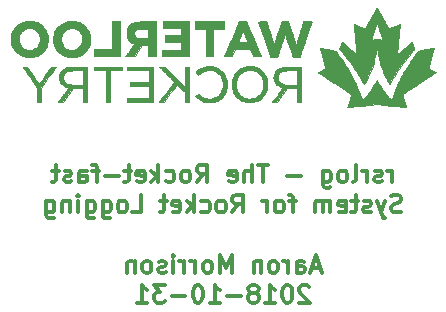
<source format=gbo>
G04 #@! TF.GenerationSoftware,KiCad,Pcbnew,5.0.1*
G04 #@! TF.CreationDate,2018-10-31T10:51:36-04:00*
G04 #@! TF.ProjectId,rocketlog,726F636B65746C6F672E6B696361645F,rev?*
G04 #@! TF.SameCoordinates,Original*
G04 #@! TF.FileFunction,Legend,Bot*
G04 #@! TF.FilePolarity,Positive*
%FSLAX46Y46*%
G04 Gerber Fmt 4.6, Leading zero omitted, Abs format (unit mm)*
G04 Created by KiCad (PCBNEW 5.0.1) date Wed 31 Oct 2018 10:51:36 AM EDT*
%MOMM*%
%LPD*%
G01*
G04 APERTURE LIST*
%ADD10C,0.300000*%
%ADD11C,0.010000*%
G04 APERTURE END LIST*
D10*
X116785714Y-73578571D02*
X116785714Y-72578571D01*
X116785714Y-72864285D02*
X116714285Y-72721428D01*
X116642857Y-72650000D01*
X116500000Y-72578571D01*
X116357142Y-72578571D01*
X115928571Y-73507142D02*
X115785714Y-73578571D01*
X115500000Y-73578571D01*
X115357142Y-73507142D01*
X115285714Y-73364285D01*
X115285714Y-73292857D01*
X115357142Y-73150000D01*
X115500000Y-73078571D01*
X115714285Y-73078571D01*
X115857142Y-73007142D01*
X115928571Y-72864285D01*
X115928571Y-72792857D01*
X115857142Y-72650000D01*
X115714285Y-72578571D01*
X115500000Y-72578571D01*
X115357142Y-72650000D01*
X114642857Y-73578571D02*
X114642857Y-72578571D01*
X114642857Y-72864285D02*
X114571428Y-72721428D01*
X114500000Y-72650000D01*
X114357142Y-72578571D01*
X114214285Y-72578571D01*
X113500000Y-73578571D02*
X113642857Y-73507142D01*
X113714285Y-73364285D01*
X113714285Y-72078571D01*
X112714285Y-73578571D02*
X112857142Y-73507142D01*
X112928571Y-73435714D01*
X113000000Y-73292857D01*
X113000000Y-72864285D01*
X112928571Y-72721428D01*
X112857142Y-72650000D01*
X112714285Y-72578571D01*
X112500000Y-72578571D01*
X112357142Y-72650000D01*
X112285714Y-72721428D01*
X112214285Y-72864285D01*
X112214285Y-73292857D01*
X112285714Y-73435714D01*
X112357142Y-73507142D01*
X112500000Y-73578571D01*
X112714285Y-73578571D01*
X110928571Y-72578571D02*
X110928571Y-73792857D01*
X111000000Y-73935714D01*
X111071428Y-74007142D01*
X111214285Y-74078571D01*
X111428571Y-74078571D01*
X111571428Y-74007142D01*
X110928571Y-73507142D02*
X111071428Y-73578571D01*
X111357142Y-73578571D01*
X111500000Y-73507142D01*
X111571428Y-73435714D01*
X111642857Y-73292857D01*
X111642857Y-72864285D01*
X111571428Y-72721428D01*
X111500000Y-72650000D01*
X111357142Y-72578571D01*
X111071428Y-72578571D01*
X110928571Y-72650000D01*
X109071428Y-73007142D02*
X107928571Y-73007142D01*
X106285714Y-72078571D02*
X105428571Y-72078571D01*
X105857142Y-73578571D02*
X105857142Y-72078571D01*
X104928571Y-73578571D02*
X104928571Y-72078571D01*
X104285714Y-73578571D02*
X104285714Y-72792857D01*
X104357142Y-72650000D01*
X104500000Y-72578571D01*
X104714285Y-72578571D01*
X104857142Y-72650000D01*
X104928571Y-72721428D01*
X103000000Y-73507142D02*
X103142857Y-73578571D01*
X103428571Y-73578571D01*
X103571428Y-73507142D01*
X103642857Y-73364285D01*
X103642857Y-72792857D01*
X103571428Y-72650000D01*
X103428571Y-72578571D01*
X103142857Y-72578571D01*
X103000000Y-72650000D01*
X102928571Y-72792857D01*
X102928571Y-72935714D01*
X103642857Y-73078571D01*
X100285714Y-73578571D02*
X100785714Y-72864285D01*
X101142857Y-73578571D02*
X101142857Y-72078571D01*
X100571428Y-72078571D01*
X100428571Y-72150000D01*
X100357142Y-72221428D01*
X100285714Y-72364285D01*
X100285714Y-72578571D01*
X100357142Y-72721428D01*
X100428571Y-72792857D01*
X100571428Y-72864285D01*
X101142857Y-72864285D01*
X99428571Y-73578571D02*
X99571428Y-73507142D01*
X99642857Y-73435714D01*
X99714285Y-73292857D01*
X99714285Y-72864285D01*
X99642857Y-72721428D01*
X99571428Y-72650000D01*
X99428571Y-72578571D01*
X99214285Y-72578571D01*
X99071428Y-72650000D01*
X99000000Y-72721428D01*
X98928571Y-72864285D01*
X98928571Y-73292857D01*
X99000000Y-73435714D01*
X99071428Y-73507142D01*
X99214285Y-73578571D01*
X99428571Y-73578571D01*
X97642857Y-73507142D02*
X97785714Y-73578571D01*
X98071428Y-73578571D01*
X98214285Y-73507142D01*
X98285714Y-73435714D01*
X98357142Y-73292857D01*
X98357142Y-72864285D01*
X98285714Y-72721428D01*
X98214285Y-72650000D01*
X98071428Y-72578571D01*
X97785714Y-72578571D01*
X97642857Y-72650000D01*
X97000000Y-73578571D02*
X97000000Y-72078571D01*
X96857142Y-73007142D02*
X96428571Y-73578571D01*
X96428571Y-72578571D02*
X97000000Y-73150000D01*
X95214285Y-73507142D02*
X95357142Y-73578571D01*
X95642857Y-73578571D01*
X95785714Y-73507142D01*
X95857142Y-73364285D01*
X95857142Y-72792857D01*
X95785714Y-72650000D01*
X95642857Y-72578571D01*
X95357142Y-72578571D01*
X95214285Y-72650000D01*
X95142857Y-72792857D01*
X95142857Y-72935714D01*
X95857142Y-73078571D01*
X94714285Y-72578571D02*
X94142857Y-72578571D01*
X94500000Y-72078571D02*
X94500000Y-73364285D01*
X94428571Y-73507142D01*
X94285714Y-73578571D01*
X94142857Y-73578571D01*
X93642857Y-73007142D02*
X92500000Y-73007142D01*
X92000000Y-72578571D02*
X91428571Y-72578571D01*
X91785714Y-73578571D02*
X91785714Y-72292857D01*
X91714285Y-72150000D01*
X91571428Y-72078571D01*
X91428571Y-72078571D01*
X90285714Y-73578571D02*
X90285714Y-72792857D01*
X90357142Y-72650000D01*
X90500000Y-72578571D01*
X90785714Y-72578571D01*
X90928571Y-72650000D01*
X90285714Y-73507142D02*
X90428571Y-73578571D01*
X90785714Y-73578571D01*
X90928571Y-73507142D01*
X91000000Y-73364285D01*
X91000000Y-73221428D01*
X90928571Y-73078571D01*
X90785714Y-73007142D01*
X90428571Y-73007142D01*
X90285714Y-72935714D01*
X89642857Y-73507142D02*
X89500000Y-73578571D01*
X89214285Y-73578571D01*
X89071428Y-73507142D01*
X89000000Y-73364285D01*
X89000000Y-73292857D01*
X89071428Y-73150000D01*
X89214285Y-73078571D01*
X89428571Y-73078571D01*
X89571428Y-73007142D01*
X89642857Y-72864285D01*
X89642857Y-72792857D01*
X89571428Y-72650000D01*
X89428571Y-72578571D01*
X89214285Y-72578571D01*
X89071428Y-72650000D01*
X88571428Y-72578571D02*
X88000000Y-72578571D01*
X88357142Y-72078571D02*
X88357142Y-73364285D01*
X88285714Y-73507142D01*
X88142857Y-73578571D01*
X88000000Y-73578571D01*
X117571428Y-76057142D02*
X117357142Y-76128571D01*
X117000000Y-76128571D01*
X116857142Y-76057142D01*
X116785714Y-75985714D01*
X116714285Y-75842857D01*
X116714285Y-75700000D01*
X116785714Y-75557142D01*
X116857142Y-75485714D01*
X117000000Y-75414285D01*
X117285714Y-75342857D01*
X117428571Y-75271428D01*
X117500000Y-75200000D01*
X117571428Y-75057142D01*
X117571428Y-74914285D01*
X117500000Y-74771428D01*
X117428571Y-74700000D01*
X117285714Y-74628571D01*
X116928571Y-74628571D01*
X116714285Y-74700000D01*
X116214285Y-75128571D02*
X115857142Y-76128571D01*
X115500000Y-75128571D02*
X115857142Y-76128571D01*
X116000000Y-76485714D01*
X116071428Y-76557142D01*
X116214285Y-76628571D01*
X115000000Y-76057142D02*
X114857142Y-76128571D01*
X114571428Y-76128571D01*
X114428571Y-76057142D01*
X114357142Y-75914285D01*
X114357142Y-75842857D01*
X114428571Y-75700000D01*
X114571428Y-75628571D01*
X114785714Y-75628571D01*
X114928571Y-75557142D01*
X115000000Y-75414285D01*
X115000000Y-75342857D01*
X114928571Y-75200000D01*
X114785714Y-75128571D01*
X114571428Y-75128571D01*
X114428571Y-75200000D01*
X113928571Y-75128571D02*
X113357142Y-75128571D01*
X113714285Y-74628571D02*
X113714285Y-75914285D01*
X113642857Y-76057142D01*
X113500000Y-76128571D01*
X113357142Y-76128571D01*
X112285714Y-76057142D02*
X112428571Y-76128571D01*
X112714285Y-76128571D01*
X112857142Y-76057142D01*
X112928571Y-75914285D01*
X112928571Y-75342857D01*
X112857142Y-75200000D01*
X112714285Y-75128571D01*
X112428571Y-75128571D01*
X112285714Y-75200000D01*
X112214285Y-75342857D01*
X112214285Y-75485714D01*
X112928571Y-75628571D01*
X111571428Y-76128571D02*
X111571428Y-75128571D01*
X111571428Y-75271428D02*
X111500000Y-75200000D01*
X111357142Y-75128571D01*
X111142857Y-75128571D01*
X111000000Y-75200000D01*
X110928571Y-75342857D01*
X110928571Y-76128571D01*
X110928571Y-75342857D02*
X110857142Y-75200000D01*
X110714285Y-75128571D01*
X110500000Y-75128571D01*
X110357142Y-75200000D01*
X110285714Y-75342857D01*
X110285714Y-76128571D01*
X108642857Y-75128571D02*
X108071428Y-75128571D01*
X108428571Y-76128571D02*
X108428571Y-74842857D01*
X108357142Y-74700000D01*
X108214285Y-74628571D01*
X108071428Y-74628571D01*
X107357142Y-76128571D02*
X107500000Y-76057142D01*
X107571428Y-75985714D01*
X107642857Y-75842857D01*
X107642857Y-75414285D01*
X107571428Y-75271428D01*
X107500000Y-75200000D01*
X107357142Y-75128571D01*
X107142857Y-75128571D01*
X107000000Y-75200000D01*
X106928571Y-75271428D01*
X106857142Y-75414285D01*
X106857142Y-75842857D01*
X106928571Y-75985714D01*
X107000000Y-76057142D01*
X107142857Y-76128571D01*
X107357142Y-76128571D01*
X106214285Y-76128571D02*
X106214285Y-75128571D01*
X106214285Y-75414285D02*
X106142857Y-75271428D01*
X106071428Y-75200000D01*
X105928571Y-75128571D01*
X105785714Y-75128571D01*
X103285714Y-76128571D02*
X103785714Y-75414285D01*
X104142857Y-76128571D02*
X104142857Y-74628571D01*
X103571428Y-74628571D01*
X103428571Y-74700000D01*
X103357142Y-74771428D01*
X103285714Y-74914285D01*
X103285714Y-75128571D01*
X103357142Y-75271428D01*
X103428571Y-75342857D01*
X103571428Y-75414285D01*
X104142857Y-75414285D01*
X102428571Y-76128571D02*
X102571428Y-76057142D01*
X102642857Y-75985714D01*
X102714285Y-75842857D01*
X102714285Y-75414285D01*
X102642857Y-75271428D01*
X102571428Y-75200000D01*
X102428571Y-75128571D01*
X102214285Y-75128571D01*
X102071428Y-75200000D01*
X102000000Y-75271428D01*
X101928571Y-75414285D01*
X101928571Y-75842857D01*
X102000000Y-75985714D01*
X102071428Y-76057142D01*
X102214285Y-76128571D01*
X102428571Y-76128571D01*
X100642857Y-76057142D02*
X100785714Y-76128571D01*
X101071428Y-76128571D01*
X101214285Y-76057142D01*
X101285714Y-75985714D01*
X101357142Y-75842857D01*
X101357142Y-75414285D01*
X101285714Y-75271428D01*
X101214285Y-75200000D01*
X101071428Y-75128571D01*
X100785714Y-75128571D01*
X100642857Y-75200000D01*
X100000000Y-76128571D02*
X100000000Y-74628571D01*
X99857142Y-75557142D02*
X99428571Y-76128571D01*
X99428571Y-75128571D02*
X100000000Y-75700000D01*
X98214285Y-76057142D02*
X98357142Y-76128571D01*
X98642857Y-76128571D01*
X98785714Y-76057142D01*
X98857142Y-75914285D01*
X98857142Y-75342857D01*
X98785714Y-75200000D01*
X98642857Y-75128571D01*
X98357142Y-75128571D01*
X98214285Y-75200000D01*
X98142857Y-75342857D01*
X98142857Y-75485714D01*
X98857142Y-75628571D01*
X97714285Y-75128571D02*
X97142857Y-75128571D01*
X97500000Y-74628571D02*
X97500000Y-75914285D01*
X97428571Y-76057142D01*
X97285714Y-76128571D01*
X97142857Y-76128571D01*
X94785714Y-76128571D02*
X95500000Y-76128571D01*
X95500000Y-74628571D01*
X94071428Y-76128571D02*
X94214285Y-76057142D01*
X94285714Y-75985714D01*
X94357142Y-75842857D01*
X94357142Y-75414285D01*
X94285714Y-75271428D01*
X94214285Y-75200000D01*
X94071428Y-75128571D01*
X93857142Y-75128571D01*
X93714285Y-75200000D01*
X93642857Y-75271428D01*
X93571428Y-75414285D01*
X93571428Y-75842857D01*
X93642857Y-75985714D01*
X93714285Y-76057142D01*
X93857142Y-76128571D01*
X94071428Y-76128571D01*
X92285714Y-75128571D02*
X92285714Y-76342857D01*
X92357142Y-76485714D01*
X92428571Y-76557142D01*
X92571428Y-76628571D01*
X92785714Y-76628571D01*
X92928571Y-76557142D01*
X92285714Y-76057142D02*
X92428571Y-76128571D01*
X92714285Y-76128571D01*
X92857142Y-76057142D01*
X92928571Y-75985714D01*
X93000000Y-75842857D01*
X93000000Y-75414285D01*
X92928571Y-75271428D01*
X92857142Y-75200000D01*
X92714285Y-75128571D01*
X92428571Y-75128571D01*
X92285714Y-75200000D01*
X90928571Y-75128571D02*
X90928571Y-76342857D01*
X91000000Y-76485714D01*
X91071428Y-76557142D01*
X91214285Y-76628571D01*
X91428571Y-76628571D01*
X91571428Y-76557142D01*
X90928571Y-76057142D02*
X91071428Y-76128571D01*
X91357142Y-76128571D01*
X91500000Y-76057142D01*
X91571428Y-75985714D01*
X91642857Y-75842857D01*
X91642857Y-75414285D01*
X91571428Y-75271428D01*
X91500000Y-75200000D01*
X91357142Y-75128571D01*
X91071428Y-75128571D01*
X90928571Y-75200000D01*
X90214285Y-76128571D02*
X90214285Y-75128571D01*
X90214285Y-74628571D02*
X90285714Y-74700000D01*
X90214285Y-74771428D01*
X90142857Y-74700000D01*
X90214285Y-74628571D01*
X90214285Y-74771428D01*
X89500000Y-75128571D02*
X89500000Y-76128571D01*
X89500000Y-75271428D02*
X89428571Y-75200000D01*
X89285714Y-75128571D01*
X89071428Y-75128571D01*
X88928571Y-75200000D01*
X88857142Y-75342857D01*
X88857142Y-76128571D01*
X87500000Y-75128571D02*
X87500000Y-76342857D01*
X87571428Y-76485714D01*
X87642857Y-76557142D01*
X87785714Y-76628571D01*
X88000000Y-76628571D01*
X88142857Y-76557142D01*
X87500000Y-76057142D02*
X87642857Y-76128571D01*
X87928571Y-76128571D01*
X88071428Y-76057142D01*
X88142857Y-75985714D01*
X88214285Y-75842857D01*
X88214285Y-75414285D01*
X88142857Y-75271428D01*
X88071428Y-75200000D01*
X87928571Y-75128571D01*
X87642857Y-75128571D01*
X87500000Y-75200000D01*
X110714285Y-80800000D02*
X110000000Y-80800000D01*
X110857142Y-81228571D02*
X110357142Y-79728571D01*
X109857142Y-81228571D01*
X108714285Y-81228571D02*
X108714285Y-80442857D01*
X108785714Y-80300000D01*
X108928571Y-80228571D01*
X109214285Y-80228571D01*
X109357142Y-80300000D01*
X108714285Y-81157142D02*
X108857142Y-81228571D01*
X109214285Y-81228571D01*
X109357142Y-81157142D01*
X109428571Y-81014285D01*
X109428571Y-80871428D01*
X109357142Y-80728571D01*
X109214285Y-80657142D01*
X108857142Y-80657142D01*
X108714285Y-80585714D01*
X108000000Y-81228571D02*
X108000000Y-80228571D01*
X108000000Y-80514285D02*
X107928571Y-80371428D01*
X107857142Y-80300000D01*
X107714285Y-80228571D01*
X107571428Y-80228571D01*
X106857142Y-81228571D02*
X107000000Y-81157142D01*
X107071428Y-81085714D01*
X107142857Y-80942857D01*
X107142857Y-80514285D01*
X107071428Y-80371428D01*
X107000000Y-80300000D01*
X106857142Y-80228571D01*
X106642857Y-80228571D01*
X106500000Y-80300000D01*
X106428571Y-80371428D01*
X106357142Y-80514285D01*
X106357142Y-80942857D01*
X106428571Y-81085714D01*
X106500000Y-81157142D01*
X106642857Y-81228571D01*
X106857142Y-81228571D01*
X105714285Y-80228571D02*
X105714285Y-81228571D01*
X105714285Y-80371428D02*
X105642857Y-80300000D01*
X105500000Y-80228571D01*
X105285714Y-80228571D01*
X105142857Y-80300000D01*
X105071428Y-80442857D01*
X105071428Y-81228571D01*
X103214285Y-81228571D02*
X103214285Y-79728571D01*
X102714285Y-80800000D01*
X102214285Y-79728571D01*
X102214285Y-81228571D01*
X101285714Y-81228571D02*
X101428571Y-81157142D01*
X101500000Y-81085714D01*
X101571428Y-80942857D01*
X101571428Y-80514285D01*
X101500000Y-80371428D01*
X101428571Y-80300000D01*
X101285714Y-80228571D01*
X101071428Y-80228571D01*
X100928571Y-80300000D01*
X100857142Y-80371428D01*
X100785714Y-80514285D01*
X100785714Y-80942857D01*
X100857142Y-81085714D01*
X100928571Y-81157142D01*
X101071428Y-81228571D01*
X101285714Y-81228571D01*
X100142857Y-81228571D02*
X100142857Y-80228571D01*
X100142857Y-80514285D02*
X100071428Y-80371428D01*
X100000000Y-80300000D01*
X99857142Y-80228571D01*
X99714285Y-80228571D01*
X99214285Y-81228571D02*
X99214285Y-80228571D01*
X99214285Y-80514285D02*
X99142857Y-80371428D01*
X99071428Y-80300000D01*
X98928571Y-80228571D01*
X98785714Y-80228571D01*
X98285714Y-81228571D02*
X98285714Y-80228571D01*
X98285714Y-79728571D02*
X98357142Y-79800000D01*
X98285714Y-79871428D01*
X98214285Y-79800000D01*
X98285714Y-79728571D01*
X98285714Y-79871428D01*
X97642857Y-81157142D02*
X97500000Y-81228571D01*
X97214285Y-81228571D01*
X97071428Y-81157142D01*
X97000000Y-81014285D01*
X97000000Y-80942857D01*
X97071428Y-80800000D01*
X97214285Y-80728571D01*
X97428571Y-80728571D01*
X97571428Y-80657142D01*
X97642857Y-80514285D01*
X97642857Y-80442857D01*
X97571428Y-80300000D01*
X97428571Y-80228571D01*
X97214285Y-80228571D01*
X97071428Y-80300000D01*
X96142857Y-81228571D02*
X96285714Y-81157142D01*
X96357142Y-81085714D01*
X96428571Y-80942857D01*
X96428571Y-80514285D01*
X96357142Y-80371428D01*
X96285714Y-80300000D01*
X96142857Y-80228571D01*
X95928571Y-80228571D01*
X95785714Y-80300000D01*
X95714285Y-80371428D01*
X95642857Y-80514285D01*
X95642857Y-80942857D01*
X95714285Y-81085714D01*
X95785714Y-81157142D01*
X95928571Y-81228571D01*
X96142857Y-81228571D01*
X95000000Y-80228571D02*
X95000000Y-81228571D01*
X95000000Y-80371428D02*
X94928571Y-80300000D01*
X94785714Y-80228571D01*
X94571428Y-80228571D01*
X94428571Y-80300000D01*
X94357142Y-80442857D01*
X94357142Y-81228571D01*
X109785714Y-82421428D02*
X109714285Y-82350000D01*
X109571428Y-82278571D01*
X109214285Y-82278571D01*
X109071428Y-82350000D01*
X109000000Y-82421428D01*
X108928571Y-82564285D01*
X108928571Y-82707142D01*
X109000000Y-82921428D01*
X109857142Y-83778571D01*
X108928571Y-83778571D01*
X108000000Y-82278571D02*
X107857142Y-82278571D01*
X107714285Y-82350000D01*
X107642857Y-82421428D01*
X107571428Y-82564285D01*
X107500000Y-82850000D01*
X107500000Y-83207142D01*
X107571428Y-83492857D01*
X107642857Y-83635714D01*
X107714285Y-83707142D01*
X107857142Y-83778571D01*
X108000000Y-83778571D01*
X108142857Y-83707142D01*
X108214285Y-83635714D01*
X108285714Y-83492857D01*
X108357142Y-83207142D01*
X108357142Y-82850000D01*
X108285714Y-82564285D01*
X108214285Y-82421428D01*
X108142857Y-82350000D01*
X108000000Y-82278571D01*
X106071428Y-83778571D02*
X106928571Y-83778571D01*
X106500000Y-83778571D02*
X106500000Y-82278571D01*
X106642857Y-82492857D01*
X106785714Y-82635714D01*
X106928571Y-82707142D01*
X105214285Y-82921428D02*
X105357142Y-82850000D01*
X105428571Y-82778571D01*
X105500000Y-82635714D01*
X105500000Y-82564285D01*
X105428571Y-82421428D01*
X105357142Y-82350000D01*
X105214285Y-82278571D01*
X104928571Y-82278571D01*
X104785714Y-82350000D01*
X104714285Y-82421428D01*
X104642857Y-82564285D01*
X104642857Y-82635714D01*
X104714285Y-82778571D01*
X104785714Y-82850000D01*
X104928571Y-82921428D01*
X105214285Y-82921428D01*
X105357142Y-82992857D01*
X105428571Y-83064285D01*
X105500000Y-83207142D01*
X105500000Y-83492857D01*
X105428571Y-83635714D01*
X105357142Y-83707142D01*
X105214285Y-83778571D01*
X104928571Y-83778571D01*
X104785714Y-83707142D01*
X104714285Y-83635714D01*
X104642857Y-83492857D01*
X104642857Y-83207142D01*
X104714285Y-83064285D01*
X104785714Y-82992857D01*
X104928571Y-82921428D01*
X104000000Y-83207142D02*
X102857142Y-83207142D01*
X101357142Y-83778571D02*
X102214285Y-83778571D01*
X101785714Y-83778571D02*
X101785714Y-82278571D01*
X101928571Y-82492857D01*
X102071428Y-82635714D01*
X102214285Y-82707142D01*
X100428571Y-82278571D02*
X100285714Y-82278571D01*
X100142857Y-82350000D01*
X100071428Y-82421428D01*
X100000000Y-82564285D01*
X99928571Y-82850000D01*
X99928571Y-83207142D01*
X100000000Y-83492857D01*
X100071428Y-83635714D01*
X100142857Y-83707142D01*
X100285714Y-83778571D01*
X100428571Y-83778571D01*
X100571428Y-83707142D01*
X100642857Y-83635714D01*
X100714285Y-83492857D01*
X100785714Y-83207142D01*
X100785714Y-82850000D01*
X100714285Y-82564285D01*
X100642857Y-82421428D01*
X100571428Y-82350000D01*
X100428571Y-82278571D01*
X99285714Y-83207142D02*
X98142857Y-83207142D01*
X97571428Y-82278571D02*
X96642857Y-82278571D01*
X97142857Y-82850000D01*
X96928571Y-82850000D01*
X96785714Y-82921428D01*
X96714285Y-82992857D01*
X96642857Y-83135714D01*
X96642857Y-83492857D01*
X96714285Y-83635714D01*
X96785714Y-83707142D01*
X96928571Y-83778571D01*
X97357142Y-83778571D01*
X97500000Y-83707142D01*
X97571428Y-83635714D01*
X95214285Y-83778571D02*
X96071428Y-83778571D01*
X95642857Y-83778571D02*
X95642857Y-82278571D01*
X95785714Y-82492857D01*
X95928571Y-82635714D01*
X96071428Y-82707142D01*
D11*
G04 #@! TO.C,G\002A\002A\002A*
G36*
X93073196Y-62324243D02*
X91603425Y-62324243D01*
X91603425Y-62923977D01*
X93732058Y-62923977D01*
X93732058Y-59959095D01*
X93073196Y-59959095D01*
X93073196Y-62324243D01*
X93073196Y-62324243D01*
G37*
X93073196Y-62324243D02*
X91603425Y-62324243D01*
X91603425Y-62923977D01*
X93732058Y-62923977D01*
X93732058Y-59959095D01*
X93073196Y-59959095D01*
X93073196Y-62324243D01*
G36*
X95926511Y-59959142D02*
X95804392Y-59959310D01*
X95696743Y-59959640D01*
X95602355Y-59960175D01*
X95520016Y-59960956D01*
X95448514Y-59962026D01*
X95386639Y-59963427D01*
X95333179Y-59965199D01*
X95286924Y-59967385D01*
X95246661Y-59970027D01*
X95211181Y-59973167D01*
X95179271Y-59976847D01*
X95149720Y-59981108D01*
X95121317Y-59985992D01*
X95092851Y-59991541D01*
X95086251Y-59992899D01*
X94958073Y-60026787D01*
X94839229Y-60073096D01*
X94730576Y-60131234D01*
X94632971Y-60200606D01*
X94547270Y-60280620D01*
X94474333Y-60370683D01*
X94425243Y-60450506D01*
X94389514Y-60523133D01*
X94362097Y-60593949D01*
X94342026Y-60666926D01*
X94328338Y-60746035D01*
X94320068Y-60835247D01*
X94317318Y-60894880D01*
X94316864Y-61011277D01*
X94323854Y-61114997D01*
X94338769Y-61208756D01*
X94362088Y-61295270D01*
X94394293Y-61377256D01*
X94407657Y-61405190D01*
X94434370Y-61455875D01*
X94460554Y-61498597D01*
X94489958Y-61538663D01*
X94526330Y-61581377D01*
X94551549Y-61608872D01*
X94641507Y-61693661D01*
X94742183Y-61766482D01*
X94843576Y-61822912D01*
X94939406Y-61869870D01*
X94904268Y-61921783D01*
X94893459Y-61937680D01*
X94874016Y-61966203D01*
X94846839Y-62006029D01*
X94812830Y-62055840D01*
X94772892Y-62114314D01*
X94727926Y-62180132D01*
X94678833Y-62251974D01*
X94626516Y-62328519D01*
X94571876Y-62408447D01*
X94551481Y-62438277D01*
X94497184Y-62517708D01*
X94445627Y-62593164D01*
X94397612Y-62663468D01*
X94353943Y-62727441D01*
X94315425Y-62783905D01*
X94282860Y-62831683D01*
X94257053Y-62869594D01*
X94238807Y-62896463D01*
X94228925Y-62911109D01*
X94227409Y-62913419D01*
X94228980Y-62915981D01*
X94237883Y-62918112D01*
X94255308Y-62919843D01*
X94282447Y-62921206D01*
X94320493Y-62922233D01*
X94370638Y-62922956D01*
X94434072Y-62923407D01*
X94511989Y-62923618D01*
X94605579Y-62923620D01*
X94607932Y-62923618D01*
X94994878Y-62923259D01*
X95311223Y-62450589D01*
X95627567Y-61977918D01*
X96130994Y-61977918D01*
X96130994Y-62923977D01*
X96789857Y-62923977D01*
X96789857Y-60558829D01*
X96130994Y-60558829D01*
X96130994Y-61395998D01*
X95736099Y-61393039D01*
X95641859Y-61392268D01*
X95562927Y-61391449D01*
X95497716Y-61390519D01*
X95444641Y-61389417D01*
X95402116Y-61388079D01*
X95368554Y-61386445D01*
X95342370Y-61384451D01*
X95321977Y-61382036D01*
X95305789Y-61379137D01*
X95292220Y-61375693D01*
X95291975Y-61375621D01*
X95212299Y-61346224D01*
X95145741Y-61308356D01*
X95106820Y-61277120D01*
X95054912Y-61219944D01*
X95017381Y-61156281D01*
X94993602Y-61084604D01*
X94982950Y-61003387D01*
X94982208Y-60972730D01*
X94988756Y-60885658D01*
X95008517Y-60809035D01*
X95041665Y-60742568D01*
X95088373Y-60685966D01*
X95148817Y-60638933D01*
X95195903Y-60613189D01*
X95222334Y-60601110D01*
X95247618Y-60590955D01*
X95273472Y-60582559D01*
X95301612Y-60575756D01*
X95333753Y-60570381D01*
X95371611Y-60566268D01*
X95416903Y-60563253D01*
X95471344Y-60561170D01*
X95536651Y-60559853D01*
X95614539Y-60559137D01*
X95706724Y-60558858D01*
X95760071Y-60558829D01*
X96130994Y-60558829D01*
X96789857Y-60558829D01*
X96789857Y-59959095D01*
X96064314Y-59959095D01*
X95926511Y-59959142D01*
X95926511Y-59959142D01*
G37*
X95926511Y-59959142D02*
X95804392Y-59959310D01*
X95696743Y-59959640D01*
X95602355Y-59960175D01*
X95520016Y-59960956D01*
X95448514Y-59962026D01*
X95386639Y-59963427D01*
X95333179Y-59965199D01*
X95286924Y-59967385D01*
X95246661Y-59970027D01*
X95211181Y-59973167D01*
X95179271Y-59976847D01*
X95149720Y-59981108D01*
X95121317Y-59985992D01*
X95092851Y-59991541D01*
X95086251Y-59992899D01*
X94958073Y-60026787D01*
X94839229Y-60073096D01*
X94730576Y-60131234D01*
X94632971Y-60200606D01*
X94547270Y-60280620D01*
X94474333Y-60370683D01*
X94425243Y-60450506D01*
X94389514Y-60523133D01*
X94362097Y-60593949D01*
X94342026Y-60666926D01*
X94328338Y-60746035D01*
X94320068Y-60835247D01*
X94317318Y-60894880D01*
X94316864Y-61011277D01*
X94323854Y-61114997D01*
X94338769Y-61208756D01*
X94362088Y-61295270D01*
X94394293Y-61377256D01*
X94407657Y-61405190D01*
X94434370Y-61455875D01*
X94460554Y-61498597D01*
X94489958Y-61538663D01*
X94526330Y-61581377D01*
X94551549Y-61608872D01*
X94641507Y-61693661D01*
X94742183Y-61766482D01*
X94843576Y-61822912D01*
X94939406Y-61869870D01*
X94904268Y-61921783D01*
X94893459Y-61937680D01*
X94874016Y-61966203D01*
X94846839Y-62006029D01*
X94812830Y-62055840D01*
X94772892Y-62114314D01*
X94727926Y-62180132D01*
X94678833Y-62251974D01*
X94626516Y-62328519D01*
X94571876Y-62408447D01*
X94551481Y-62438277D01*
X94497184Y-62517708D01*
X94445627Y-62593164D01*
X94397612Y-62663468D01*
X94353943Y-62727441D01*
X94315425Y-62783905D01*
X94282860Y-62831683D01*
X94257053Y-62869594D01*
X94238807Y-62896463D01*
X94228925Y-62911109D01*
X94227409Y-62913419D01*
X94228980Y-62915981D01*
X94237883Y-62918112D01*
X94255308Y-62919843D01*
X94282447Y-62921206D01*
X94320493Y-62922233D01*
X94370638Y-62922956D01*
X94434072Y-62923407D01*
X94511989Y-62923618D01*
X94605579Y-62923620D01*
X94607932Y-62923618D01*
X94994878Y-62923259D01*
X95311223Y-62450589D01*
X95627567Y-61977918D01*
X96130994Y-61977918D01*
X96130994Y-62923977D01*
X96789857Y-62923977D01*
X96789857Y-60558829D01*
X96130994Y-60558829D01*
X96130994Y-61395998D01*
X95736099Y-61393039D01*
X95641859Y-61392268D01*
X95562927Y-61391449D01*
X95497716Y-61390519D01*
X95444641Y-61389417D01*
X95402116Y-61388079D01*
X95368554Y-61386445D01*
X95342370Y-61384451D01*
X95321977Y-61382036D01*
X95305789Y-61379137D01*
X95292220Y-61375693D01*
X95291975Y-61375621D01*
X95212299Y-61346224D01*
X95145741Y-61308356D01*
X95106820Y-61277120D01*
X95054912Y-61219944D01*
X95017381Y-61156281D01*
X94993602Y-61084604D01*
X94982950Y-61003387D01*
X94982208Y-60972730D01*
X94988756Y-60885658D01*
X95008517Y-60809035D01*
X95041665Y-60742568D01*
X95088373Y-60685966D01*
X95148817Y-60638933D01*
X95195903Y-60613189D01*
X95222334Y-60601110D01*
X95247618Y-60590955D01*
X95273472Y-60582559D01*
X95301612Y-60575756D01*
X95333753Y-60570381D01*
X95371611Y-60566268D01*
X95416903Y-60563253D01*
X95471344Y-60561170D01*
X95536651Y-60559853D01*
X95614539Y-60559137D01*
X95706724Y-60558858D01*
X95760071Y-60558829D01*
X96130994Y-60558829D01*
X96789857Y-60558829D01*
X96789857Y-59959095D01*
X96064314Y-59959095D01*
X95926511Y-59959142D01*
G36*
X97381144Y-60550382D02*
X98969172Y-60550382D01*
X98969172Y-61141669D01*
X97566977Y-61141669D01*
X97566977Y-61724510D01*
X98969172Y-61724510D01*
X98969172Y-62341137D01*
X97355803Y-62341137D01*
X97355803Y-62923977D01*
X99619587Y-62923977D01*
X99619587Y-59959095D01*
X97381144Y-59959095D01*
X97381144Y-60550382D01*
X97381144Y-60550382D01*
G37*
X97381144Y-60550382D02*
X98969172Y-60550382D01*
X98969172Y-61141669D01*
X97566977Y-61141669D01*
X97566977Y-61724510D01*
X98969172Y-61724510D01*
X98969172Y-62341137D01*
X97355803Y-62341137D01*
X97355803Y-62923977D01*
X99619587Y-62923977D01*
X99619587Y-59959095D01*
X97381144Y-59959095D01*
X97381144Y-60550382D01*
G36*
X100109511Y-60567276D02*
X101013335Y-60567276D01*
X101013335Y-62923977D01*
X101672198Y-62923977D01*
X101672198Y-60567276D01*
X102576022Y-60567276D01*
X102576022Y-59959095D01*
X100109511Y-59959095D01*
X100109511Y-60567276D01*
X100109511Y-60567276D01*
G37*
X100109511Y-60567276D02*
X101013335Y-60567276D01*
X101013335Y-62923977D01*
X101672198Y-62923977D01*
X101672198Y-60567276D01*
X102576022Y-60567276D01*
X102576022Y-59959095D01*
X100109511Y-59959095D01*
X100109511Y-60567276D01*
G36*
X103210245Y-61418307D02*
X103146203Y-61568795D01*
X103083918Y-61715213D01*
X103023712Y-61856796D01*
X102965912Y-61992779D01*
X102910840Y-62122397D01*
X102858823Y-62244885D01*
X102810183Y-62359478D01*
X102765246Y-62465411D01*
X102724336Y-62561919D01*
X102687778Y-62648236D01*
X102655895Y-62723598D01*
X102629013Y-62787239D01*
X102607455Y-62838395D01*
X102591547Y-62876300D01*
X102581612Y-62900189D01*
X102577977Y-62909291D01*
X102577771Y-62912972D01*
X102580310Y-62915974D01*
X102587093Y-62918351D01*
X102599621Y-62920161D01*
X102619392Y-62921458D01*
X102647905Y-62922298D01*
X102686660Y-62922737D01*
X102737156Y-62922832D01*
X102800892Y-62922636D01*
X102879368Y-62922208D01*
X102918630Y-62921961D01*
X103263258Y-62919754D01*
X103528372Y-62269338D01*
X104152413Y-62267325D01*
X104776455Y-62265311D01*
X104864496Y-62482722D01*
X104890539Y-62546974D01*
X104917258Y-62612782D01*
X104943180Y-62676532D01*
X104966835Y-62734606D01*
X104986750Y-62783386D01*
X104998494Y-62812055D01*
X105044450Y-62923977D01*
X105717872Y-62923977D01*
X105710447Y-62904972D01*
X105706464Y-62895460D01*
X105696265Y-62871353D01*
X105680255Y-62833598D01*
X105658836Y-62783142D01*
X105632413Y-62720935D01*
X105601387Y-62647922D01*
X105566163Y-62565053D01*
X105527144Y-62473276D01*
X105484733Y-62373537D01*
X105439334Y-62266784D01*
X105391349Y-62153967D01*
X105341183Y-62036031D01*
X105289238Y-61913926D01*
X105235918Y-61788599D01*
X105188627Y-61677453D01*
X104535716Y-61677453D01*
X104527549Y-61678440D01*
X104504162Y-61679359D01*
X104467232Y-61680190D01*
X104418432Y-61680910D01*
X104359439Y-61681499D01*
X104291927Y-61681937D01*
X104217571Y-61682201D01*
X104150676Y-61682275D01*
X104071966Y-61682121D01*
X103998787Y-61681682D01*
X103932796Y-61680988D01*
X103875653Y-61680071D01*
X103829015Y-61678962D01*
X103794543Y-61677693D01*
X103773894Y-61676295D01*
X103768451Y-61675027D01*
X103784500Y-61634307D01*
X103804750Y-61583866D01*
X103828530Y-61525308D01*
X103855167Y-61460236D01*
X103883990Y-61390254D01*
X103914326Y-61316966D01*
X103945504Y-61241974D01*
X103976852Y-61166883D01*
X104007698Y-61093296D01*
X104037371Y-61022816D01*
X104065197Y-60957047D01*
X104090506Y-60897593D01*
X104112626Y-60846056D01*
X104130884Y-60804041D01*
X104144609Y-60773150D01*
X104153129Y-60754988D01*
X104155751Y-60750706D01*
X104159814Y-60759385D01*
X104169539Y-60782015D01*
X104184239Y-60816920D01*
X104203228Y-60862424D01*
X104225818Y-60916850D01*
X104251321Y-60978521D01*
X104279051Y-61045762D01*
X104308319Y-61116895D01*
X104338440Y-61190246D01*
X104368724Y-61264137D01*
X104398486Y-61336892D01*
X104427038Y-61406834D01*
X104453692Y-61472288D01*
X104477761Y-61531577D01*
X104498559Y-61583024D01*
X104515396Y-61624954D01*
X104527587Y-61655690D01*
X104534445Y-61673555D01*
X104535716Y-61677453D01*
X105188627Y-61677453D01*
X105181625Y-61660997D01*
X105126764Y-61532069D01*
X105071738Y-61402762D01*
X105016950Y-61274025D01*
X104962803Y-61146804D01*
X104909701Y-61022049D01*
X104858046Y-60900705D01*
X104808243Y-60783722D01*
X104760694Y-60672048D01*
X104715804Y-60566629D01*
X104673974Y-60468414D01*
X104635609Y-60378351D01*
X104601112Y-60297387D01*
X104570886Y-60226471D01*
X104545335Y-60166549D01*
X104524861Y-60118570D01*
X104509868Y-60083482D01*
X104504531Y-60071018D01*
X104449316Y-59942202D01*
X103838538Y-59942202D01*
X103210245Y-61418307D01*
X103210245Y-61418307D01*
G37*
X103210245Y-61418307D02*
X103146203Y-61568795D01*
X103083918Y-61715213D01*
X103023712Y-61856796D01*
X102965912Y-61992779D01*
X102910840Y-62122397D01*
X102858823Y-62244885D01*
X102810183Y-62359478D01*
X102765246Y-62465411D01*
X102724336Y-62561919D01*
X102687778Y-62648236D01*
X102655895Y-62723598D01*
X102629013Y-62787239D01*
X102607455Y-62838395D01*
X102591547Y-62876300D01*
X102581612Y-62900189D01*
X102577977Y-62909291D01*
X102577771Y-62912972D01*
X102580310Y-62915974D01*
X102587093Y-62918351D01*
X102599621Y-62920161D01*
X102619392Y-62921458D01*
X102647905Y-62922298D01*
X102686660Y-62922737D01*
X102737156Y-62922832D01*
X102800892Y-62922636D01*
X102879368Y-62922208D01*
X102918630Y-62921961D01*
X103263258Y-62919754D01*
X103528372Y-62269338D01*
X104152413Y-62267325D01*
X104776455Y-62265311D01*
X104864496Y-62482722D01*
X104890539Y-62546974D01*
X104917258Y-62612782D01*
X104943180Y-62676532D01*
X104966835Y-62734606D01*
X104986750Y-62783386D01*
X104998494Y-62812055D01*
X105044450Y-62923977D01*
X105717872Y-62923977D01*
X105710447Y-62904972D01*
X105706464Y-62895460D01*
X105696265Y-62871353D01*
X105680255Y-62833598D01*
X105658836Y-62783142D01*
X105632413Y-62720935D01*
X105601387Y-62647922D01*
X105566163Y-62565053D01*
X105527144Y-62473276D01*
X105484733Y-62373537D01*
X105439334Y-62266784D01*
X105391349Y-62153967D01*
X105341183Y-62036031D01*
X105289238Y-61913926D01*
X105235918Y-61788599D01*
X105188627Y-61677453D01*
X104535716Y-61677453D01*
X104527549Y-61678440D01*
X104504162Y-61679359D01*
X104467232Y-61680190D01*
X104418432Y-61680910D01*
X104359439Y-61681499D01*
X104291927Y-61681937D01*
X104217571Y-61682201D01*
X104150676Y-61682275D01*
X104071966Y-61682121D01*
X103998787Y-61681682D01*
X103932796Y-61680988D01*
X103875653Y-61680071D01*
X103829015Y-61678962D01*
X103794543Y-61677693D01*
X103773894Y-61676295D01*
X103768451Y-61675027D01*
X103784500Y-61634307D01*
X103804750Y-61583866D01*
X103828530Y-61525308D01*
X103855167Y-61460236D01*
X103883990Y-61390254D01*
X103914326Y-61316966D01*
X103945504Y-61241974D01*
X103976852Y-61166883D01*
X104007698Y-61093296D01*
X104037371Y-61022816D01*
X104065197Y-60957047D01*
X104090506Y-60897593D01*
X104112626Y-60846056D01*
X104130884Y-60804041D01*
X104144609Y-60773150D01*
X104153129Y-60754988D01*
X104155751Y-60750706D01*
X104159814Y-60759385D01*
X104169539Y-60782015D01*
X104184239Y-60816920D01*
X104203228Y-60862424D01*
X104225818Y-60916850D01*
X104251321Y-60978521D01*
X104279051Y-61045762D01*
X104308319Y-61116895D01*
X104338440Y-61190246D01*
X104368724Y-61264137D01*
X104398486Y-61336892D01*
X104427038Y-61406834D01*
X104453692Y-61472288D01*
X104477761Y-61531577D01*
X104498559Y-61583024D01*
X104515396Y-61624954D01*
X104527587Y-61655690D01*
X104534445Y-61673555D01*
X104535716Y-61677453D01*
X105188627Y-61677453D01*
X105181625Y-61660997D01*
X105126764Y-61532069D01*
X105071738Y-61402762D01*
X105016950Y-61274025D01*
X104962803Y-61146804D01*
X104909701Y-61022049D01*
X104858046Y-60900705D01*
X104808243Y-60783722D01*
X104760694Y-60672048D01*
X104715804Y-60566629D01*
X104673974Y-60468414D01*
X104635609Y-60378351D01*
X104601112Y-60297387D01*
X104570886Y-60226471D01*
X104545335Y-60166549D01*
X104524861Y-60118570D01*
X104509868Y-60083482D01*
X104504531Y-60071018D01*
X104449316Y-59942202D01*
X103838538Y-59942202D01*
X103210245Y-61418307D01*
G36*
X107200707Y-60683310D02*
X107145913Y-60849416D01*
X107096162Y-61000212D01*
X107051206Y-61136435D01*
X107010801Y-61258821D01*
X106974700Y-61368105D01*
X106942658Y-61465024D01*
X106914429Y-61550314D01*
X106889768Y-61624710D01*
X106868428Y-61688949D01*
X106850163Y-61743766D01*
X106834728Y-61789897D01*
X106821878Y-61828078D01*
X106811366Y-61859046D01*
X106802946Y-61883536D01*
X106796372Y-61902283D01*
X106791400Y-61916025D01*
X106787783Y-61925497D01*
X106785275Y-61931434D01*
X106783631Y-61934573D01*
X106782604Y-61935650D01*
X106782426Y-61935683D01*
X106779422Y-61927767D01*
X106771801Y-61904671D01*
X106759869Y-61867378D01*
X106743929Y-61816870D01*
X106724287Y-61754129D01*
X106701248Y-61680138D01*
X106675115Y-61595879D01*
X106646194Y-61502333D01*
X106614790Y-61400483D01*
X106581206Y-61291311D01*
X106545749Y-61175799D01*
X106508722Y-61054929D01*
X106478233Y-60955226D01*
X106440140Y-60830618D01*
X106403372Y-60710469D01*
X106368235Y-60595771D01*
X106335036Y-60487518D01*
X106304080Y-60386700D01*
X106275672Y-60294312D01*
X106250119Y-60211346D01*
X106227725Y-60138794D01*
X106208796Y-60077648D01*
X106193639Y-60028902D01*
X106182558Y-59993548D01*
X106175859Y-59972577D01*
X106173868Y-59966836D01*
X106164365Y-59964917D01*
X106139146Y-59963336D01*
X106099389Y-59962110D01*
X106046269Y-59961261D01*
X105980962Y-59960807D01*
X105904645Y-59960768D01*
X105826316Y-59961111D01*
X105483544Y-59963319D01*
X105959949Y-61369737D01*
X106010845Y-61519970D01*
X106060574Y-61666721D01*
X106108837Y-61809114D01*
X106155340Y-61946274D01*
X106199783Y-62077325D01*
X106241870Y-62201392D01*
X106281303Y-62317599D01*
X106317786Y-62425070D01*
X106351021Y-62522931D01*
X106380711Y-62610305D01*
X106406558Y-62686317D01*
X106428266Y-62750091D01*
X106445537Y-62800752D01*
X106458073Y-62837425D01*
X106465579Y-62859233D01*
X106466802Y-62862737D01*
X106497248Y-62949318D01*
X107068216Y-62949318D01*
X107080664Y-62913419D01*
X107088557Y-62890623D01*
X107101241Y-62853945D01*
X107118282Y-62804643D01*
X107139245Y-62743977D01*
X107163696Y-62673206D01*
X107191199Y-62593589D01*
X107221320Y-62506386D01*
X107253624Y-62412855D01*
X107287676Y-62314256D01*
X107323041Y-62211848D01*
X107359284Y-62106891D01*
X107395972Y-62000643D01*
X107432668Y-61894365D01*
X107468938Y-61789315D01*
X107504347Y-61686752D01*
X107538461Y-61587936D01*
X107570845Y-61494126D01*
X107601063Y-61406581D01*
X107628682Y-61326561D01*
X107653265Y-61255325D01*
X107674380Y-61194131D01*
X107691589Y-61144240D01*
X107704460Y-61106911D01*
X107712557Y-61083402D01*
X107715161Y-61075816D01*
X107733293Y-61022633D01*
X108015270Y-61840265D01*
X108055452Y-61956770D01*
X108094931Y-62071221D01*
X108133250Y-62182294D01*
X108169953Y-62288667D01*
X108204582Y-62389018D01*
X108236683Y-62482023D01*
X108265798Y-62566361D01*
X108291470Y-62640708D01*
X108313244Y-62703742D01*
X108330662Y-62754140D01*
X108343268Y-62790579D01*
X108347782Y-62803608D01*
X108398317Y-62949318D01*
X108684608Y-62949318D01*
X108765721Y-62949180D01*
X108831297Y-62948733D01*
X108882689Y-62947927D01*
X108921254Y-62946713D01*
X108948344Y-62945042D01*
X108965316Y-62942865D01*
X108973522Y-62940132D01*
X108974699Y-62938760D01*
X108977763Y-62929786D01*
X108985977Y-62905609D01*
X108999073Y-62867026D01*
X109016778Y-62814836D01*
X109038823Y-62749835D01*
X109064938Y-62672821D01*
X109094852Y-62584592D01*
X109128295Y-62485944D01*
X109164996Y-62377677D01*
X109204685Y-62260586D01*
X109247092Y-62135469D01*
X109291946Y-62003125D01*
X109338977Y-61864350D01*
X109387915Y-61719943D01*
X109438490Y-61570699D01*
X109476912Y-61457309D01*
X109528546Y-61304940D01*
X109578759Y-61156785D01*
X109627278Y-61013644D01*
X109673833Y-60876315D01*
X109718153Y-60745601D01*
X109759966Y-60622298D01*
X109799001Y-60507209D01*
X109834986Y-60401132D01*
X109867650Y-60304867D01*
X109896722Y-60219214D01*
X109921931Y-60144973D01*
X109943005Y-60082943D01*
X109959673Y-60033924D01*
X109971663Y-59998717D01*
X109978705Y-59978119D01*
X109980569Y-59972757D01*
X109980699Y-59969409D01*
X109977309Y-59966653D01*
X109968945Y-59964432D01*
X109954152Y-59962689D01*
X109931478Y-59961367D01*
X109899468Y-59960411D01*
X109856667Y-59959762D01*
X109801622Y-59959365D01*
X109732880Y-59959162D01*
X109648985Y-59959097D01*
X109630461Y-59959095D01*
X109275111Y-59959095D01*
X109266332Y-59990772D01*
X109257756Y-60020774D01*
X109245064Y-60063854D01*
X109228622Y-60118825D01*
X109208799Y-60184498D01*
X109185964Y-60259688D01*
X109160484Y-60343205D01*
X109132729Y-60433864D01*
X109103067Y-60530476D01*
X109071866Y-60631855D01*
X109039495Y-60736813D01*
X109006322Y-60844163D01*
X108972716Y-60952717D01*
X108939044Y-61061289D01*
X108905676Y-61168691D01*
X108872979Y-61273735D01*
X108841323Y-61375235D01*
X108811075Y-61472003D01*
X108782604Y-61562852D01*
X108756279Y-61646594D01*
X108732468Y-61722043D01*
X108711539Y-61788010D01*
X108693861Y-61843310D01*
X108679802Y-61886753D01*
X108669730Y-61917153D01*
X108664014Y-61933323D01*
X108662821Y-61935683D01*
X108659607Y-61926198D01*
X108651431Y-61901654D01*
X108638621Y-61863038D01*
X108621500Y-61811337D01*
X108600396Y-61747536D01*
X108575634Y-61672622D01*
X108547541Y-61587583D01*
X108516441Y-61493403D01*
X108482662Y-61391071D01*
X108446528Y-61281572D01*
X108408366Y-61165893D01*
X108368502Y-61045020D01*
X108333526Y-60938943D01*
X108009096Y-59954872D01*
X107725775Y-59952649D01*
X107442455Y-59950425D01*
X107200707Y-60683310D01*
X107200707Y-60683310D01*
G37*
X107200707Y-60683310D02*
X107145913Y-60849416D01*
X107096162Y-61000212D01*
X107051206Y-61136435D01*
X107010801Y-61258821D01*
X106974700Y-61368105D01*
X106942658Y-61465024D01*
X106914429Y-61550314D01*
X106889768Y-61624710D01*
X106868428Y-61688949D01*
X106850163Y-61743766D01*
X106834728Y-61789897D01*
X106821878Y-61828078D01*
X106811366Y-61859046D01*
X106802946Y-61883536D01*
X106796372Y-61902283D01*
X106791400Y-61916025D01*
X106787783Y-61925497D01*
X106785275Y-61931434D01*
X106783631Y-61934573D01*
X106782604Y-61935650D01*
X106782426Y-61935683D01*
X106779422Y-61927767D01*
X106771801Y-61904671D01*
X106759869Y-61867378D01*
X106743929Y-61816870D01*
X106724287Y-61754129D01*
X106701248Y-61680138D01*
X106675115Y-61595879D01*
X106646194Y-61502333D01*
X106614790Y-61400483D01*
X106581206Y-61291311D01*
X106545749Y-61175799D01*
X106508722Y-61054929D01*
X106478233Y-60955226D01*
X106440140Y-60830618D01*
X106403372Y-60710469D01*
X106368235Y-60595771D01*
X106335036Y-60487518D01*
X106304080Y-60386700D01*
X106275672Y-60294312D01*
X106250119Y-60211346D01*
X106227725Y-60138794D01*
X106208796Y-60077648D01*
X106193639Y-60028902D01*
X106182558Y-59993548D01*
X106175859Y-59972577D01*
X106173868Y-59966836D01*
X106164365Y-59964917D01*
X106139146Y-59963336D01*
X106099389Y-59962110D01*
X106046269Y-59961261D01*
X105980962Y-59960807D01*
X105904645Y-59960768D01*
X105826316Y-59961111D01*
X105483544Y-59963319D01*
X105959949Y-61369737D01*
X106010845Y-61519970D01*
X106060574Y-61666721D01*
X106108837Y-61809114D01*
X106155340Y-61946274D01*
X106199783Y-62077325D01*
X106241870Y-62201392D01*
X106281303Y-62317599D01*
X106317786Y-62425070D01*
X106351021Y-62522931D01*
X106380711Y-62610305D01*
X106406558Y-62686317D01*
X106428266Y-62750091D01*
X106445537Y-62800752D01*
X106458073Y-62837425D01*
X106465579Y-62859233D01*
X106466802Y-62862737D01*
X106497248Y-62949318D01*
X107068216Y-62949318D01*
X107080664Y-62913419D01*
X107088557Y-62890623D01*
X107101241Y-62853945D01*
X107118282Y-62804643D01*
X107139245Y-62743977D01*
X107163696Y-62673206D01*
X107191199Y-62593589D01*
X107221320Y-62506386D01*
X107253624Y-62412855D01*
X107287676Y-62314256D01*
X107323041Y-62211848D01*
X107359284Y-62106891D01*
X107395972Y-62000643D01*
X107432668Y-61894365D01*
X107468938Y-61789315D01*
X107504347Y-61686752D01*
X107538461Y-61587936D01*
X107570845Y-61494126D01*
X107601063Y-61406581D01*
X107628682Y-61326561D01*
X107653265Y-61255325D01*
X107674380Y-61194131D01*
X107691589Y-61144240D01*
X107704460Y-61106911D01*
X107712557Y-61083402D01*
X107715161Y-61075816D01*
X107733293Y-61022633D01*
X108015270Y-61840265D01*
X108055452Y-61956770D01*
X108094931Y-62071221D01*
X108133250Y-62182294D01*
X108169953Y-62288667D01*
X108204582Y-62389018D01*
X108236683Y-62482023D01*
X108265798Y-62566361D01*
X108291470Y-62640708D01*
X108313244Y-62703742D01*
X108330662Y-62754140D01*
X108343268Y-62790579D01*
X108347782Y-62803608D01*
X108398317Y-62949318D01*
X108684608Y-62949318D01*
X108765721Y-62949180D01*
X108831297Y-62948733D01*
X108882689Y-62947927D01*
X108921254Y-62946713D01*
X108948344Y-62945042D01*
X108965316Y-62942865D01*
X108973522Y-62940132D01*
X108974699Y-62938760D01*
X108977763Y-62929786D01*
X108985977Y-62905609D01*
X108999073Y-62867026D01*
X109016778Y-62814836D01*
X109038823Y-62749835D01*
X109064938Y-62672821D01*
X109094852Y-62584592D01*
X109128295Y-62485944D01*
X109164996Y-62377677D01*
X109204685Y-62260586D01*
X109247092Y-62135469D01*
X109291946Y-62003125D01*
X109338977Y-61864350D01*
X109387915Y-61719943D01*
X109438490Y-61570699D01*
X109476912Y-61457309D01*
X109528546Y-61304940D01*
X109578759Y-61156785D01*
X109627278Y-61013644D01*
X109673833Y-60876315D01*
X109718153Y-60745601D01*
X109759966Y-60622298D01*
X109799001Y-60507209D01*
X109834986Y-60401132D01*
X109867650Y-60304867D01*
X109896722Y-60219214D01*
X109921931Y-60144973D01*
X109943005Y-60082943D01*
X109959673Y-60033924D01*
X109971663Y-59998717D01*
X109978705Y-59978119D01*
X109980569Y-59972757D01*
X109980699Y-59969409D01*
X109977309Y-59966653D01*
X109968945Y-59964432D01*
X109954152Y-59962689D01*
X109931478Y-59961367D01*
X109899468Y-59960411D01*
X109856667Y-59959762D01*
X109801622Y-59959365D01*
X109732880Y-59959162D01*
X109648985Y-59959097D01*
X109630461Y-59959095D01*
X109275111Y-59959095D01*
X109266332Y-59990772D01*
X109257756Y-60020774D01*
X109245064Y-60063854D01*
X109228622Y-60118825D01*
X109208799Y-60184498D01*
X109185964Y-60259688D01*
X109160484Y-60343205D01*
X109132729Y-60433864D01*
X109103067Y-60530476D01*
X109071866Y-60631855D01*
X109039495Y-60736813D01*
X109006322Y-60844163D01*
X108972716Y-60952717D01*
X108939044Y-61061289D01*
X108905676Y-61168691D01*
X108872979Y-61273735D01*
X108841323Y-61375235D01*
X108811075Y-61472003D01*
X108782604Y-61562852D01*
X108756279Y-61646594D01*
X108732468Y-61722043D01*
X108711539Y-61788010D01*
X108693861Y-61843310D01*
X108679802Y-61886753D01*
X108669730Y-61917153D01*
X108664014Y-61933323D01*
X108662821Y-61935683D01*
X108659607Y-61926198D01*
X108651431Y-61901654D01*
X108638621Y-61863038D01*
X108621500Y-61811337D01*
X108600396Y-61747536D01*
X108575634Y-61672622D01*
X108547541Y-61587583D01*
X108516441Y-61493403D01*
X108482662Y-61391071D01*
X108446528Y-61281572D01*
X108408366Y-61165893D01*
X108368502Y-61045020D01*
X108333526Y-60938943D01*
X108009096Y-59954872D01*
X107725775Y-59952649D01*
X107442455Y-59950425D01*
X107200707Y-60683310D01*
G36*
X85953270Y-59913010D02*
X85790374Y-59932035D01*
X85730668Y-59942923D01*
X85609543Y-59973445D01*
X85484548Y-60016572D01*
X85360342Y-60070326D01*
X85241582Y-60132729D01*
X85152243Y-60188485D01*
X85098365Y-60228316D01*
X85039061Y-60277922D01*
X84977551Y-60334123D01*
X84917058Y-60393740D01*
X84860803Y-60453595D01*
X84812008Y-60510507D01*
X84773893Y-60561298D01*
X84772706Y-60563053D01*
X84688729Y-60701266D01*
X84620972Y-60842686D01*
X84568850Y-60988817D01*
X84531774Y-61141164D01*
X84520026Y-61210903D01*
X84513402Y-61272920D01*
X84509576Y-61346250D01*
X84508445Y-61426499D01*
X84509903Y-61509273D01*
X84513849Y-61590178D01*
X84520178Y-61664821D01*
X84528786Y-61728806D01*
X84532724Y-61749850D01*
X84573145Y-61904968D01*
X84628256Y-62052606D01*
X84697256Y-62192028D01*
X84779347Y-62322499D01*
X84873728Y-62443283D01*
X84979600Y-62553644D01*
X85096163Y-62652848D01*
X85222617Y-62740159D01*
X85358164Y-62814841D01*
X85502003Y-62876159D01*
X85653334Y-62923376D01*
X85811359Y-62955759D01*
X85849711Y-62961180D01*
X85907148Y-62966838D01*
X85975685Y-62970788D01*
X86050380Y-62972985D01*
X86126294Y-62973380D01*
X86198486Y-62971927D01*
X86262016Y-62968580D01*
X86295989Y-62965406D01*
X86447114Y-62940099D01*
X86595484Y-62900202D01*
X86739321Y-62846643D01*
X86876848Y-62780355D01*
X87006287Y-62702269D01*
X87125860Y-62613314D01*
X87233788Y-62514423D01*
X87302716Y-62438277D01*
X87399696Y-62309560D01*
X87481360Y-62174625D01*
X87547409Y-62034083D01*
X87597546Y-61888546D01*
X87623943Y-61779415D01*
X87648581Y-61615522D01*
X87656959Y-61453172D01*
X87654237Y-61396109D01*
X86963769Y-61396109D01*
X86962630Y-61519808D01*
X86949418Y-61633752D01*
X86923603Y-61740525D01*
X86884649Y-61842710D01*
X86862176Y-61888880D01*
X86797977Y-61994698D01*
X86721794Y-62088910D01*
X86634481Y-62170886D01*
X86536896Y-62239998D01*
X86429894Y-62295617D01*
X86314332Y-62337114D01*
X86222714Y-62358563D01*
X86186617Y-62362586D01*
X86138298Y-62364310D01*
X86082244Y-62363933D01*
X86022940Y-62361654D01*
X85964873Y-62357672D01*
X85912528Y-62352186D01*
X85870391Y-62345394D01*
X85857449Y-62342369D01*
X85757661Y-62310961D01*
X85669993Y-62272264D01*
X85590435Y-62224007D01*
X85514977Y-62163924D01*
X85474500Y-62125740D01*
X85407990Y-62054744D01*
X85354144Y-61985419D01*
X85309867Y-61913351D01*
X85275194Y-61841457D01*
X85231388Y-61719036D01*
X85204119Y-61593946D01*
X85193434Y-61467190D01*
X85199380Y-61339772D01*
X85222004Y-61212695D01*
X85242328Y-61140961D01*
X85288524Y-61023518D01*
X85347738Y-60916657D01*
X85419426Y-60820892D01*
X85503042Y-60736733D01*
X85598040Y-60664692D01*
X85703877Y-60605282D01*
X85820007Y-60559012D01*
X85881448Y-60541047D01*
X85916453Y-60532781D01*
X85949636Y-60527137D01*
X85985708Y-60523655D01*
X86029382Y-60521874D01*
X86083339Y-60521338D01*
X86175283Y-60523910D01*
X86255900Y-60532656D01*
X86329970Y-60548665D01*
X86402277Y-60573025D01*
X86477603Y-60606824D01*
X86493016Y-60614589D01*
X86591618Y-60674048D01*
X86679736Y-60746298D01*
X86757752Y-60831734D01*
X86826046Y-60930754D01*
X86865257Y-61002295D01*
X86901526Y-61080867D01*
X86928161Y-61154190D01*
X86946515Y-61227674D01*
X86957941Y-61306731D01*
X86963769Y-61396109D01*
X87654237Y-61396109D01*
X87649332Y-61293287D01*
X87625958Y-61136789D01*
X87587093Y-60984599D01*
X87532995Y-60837641D01*
X87463919Y-60696836D01*
X87380123Y-60563107D01*
X87281863Y-60437375D01*
X87236365Y-60387197D01*
X87124798Y-60281487D01*
X87002615Y-60188187D01*
X86871046Y-60107660D01*
X86731318Y-60040268D01*
X86584659Y-59986373D01*
X86432297Y-59946337D01*
X86275459Y-59920523D01*
X86115374Y-59909293D01*
X85953270Y-59913010D01*
X85953270Y-59913010D01*
G37*
X85953270Y-59913010D02*
X85790374Y-59932035D01*
X85730668Y-59942923D01*
X85609543Y-59973445D01*
X85484548Y-60016572D01*
X85360342Y-60070326D01*
X85241582Y-60132729D01*
X85152243Y-60188485D01*
X85098365Y-60228316D01*
X85039061Y-60277922D01*
X84977551Y-60334123D01*
X84917058Y-60393740D01*
X84860803Y-60453595D01*
X84812008Y-60510507D01*
X84773893Y-60561298D01*
X84772706Y-60563053D01*
X84688729Y-60701266D01*
X84620972Y-60842686D01*
X84568850Y-60988817D01*
X84531774Y-61141164D01*
X84520026Y-61210903D01*
X84513402Y-61272920D01*
X84509576Y-61346250D01*
X84508445Y-61426499D01*
X84509903Y-61509273D01*
X84513849Y-61590178D01*
X84520178Y-61664821D01*
X84528786Y-61728806D01*
X84532724Y-61749850D01*
X84573145Y-61904968D01*
X84628256Y-62052606D01*
X84697256Y-62192028D01*
X84779347Y-62322499D01*
X84873728Y-62443283D01*
X84979600Y-62553644D01*
X85096163Y-62652848D01*
X85222617Y-62740159D01*
X85358164Y-62814841D01*
X85502003Y-62876159D01*
X85653334Y-62923376D01*
X85811359Y-62955759D01*
X85849711Y-62961180D01*
X85907148Y-62966838D01*
X85975685Y-62970788D01*
X86050380Y-62972985D01*
X86126294Y-62973380D01*
X86198486Y-62971927D01*
X86262016Y-62968580D01*
X86295989Y-62965406D01*
X86447114Y-62940099D01*
X86595484Y-62900202D01*
X86739321Y-62846643D01*
X86876848Y-62780355D01*
X87006287Y-62702269D01*
X87125860Y-62613314D01*
X87233788Y-62514423D01*
X87302716Y-62438277D01*
X87399696Y-62309560D01*
X87481360Y-62174625D01*
X87547409Y-62034083D01*
X87597546Y-61888546D01*
X87623943Y-61779415D01*
X87648581Y-61615522D01*
X87656959Y-61453172D01*
X87654237Y-61396109D01*
X86963769Y-61396109D01*
X86962630Y-61519808D01*
X86949418Y-61633752D01*
X86923603Y-61740525D01*
X86884649Y-61842710D01*
X86862176Y-61888880D01*
X86797977Y-61994698D01*
X86721794Y-62088910D01*
X86634481Y-62170886D01*
X86536896Y-62239998D01*
X86429894Y-62295617D01*
X86314332Y-62337114D01*
X86222714Y-62358563D01*
X86186617Y-62362586D01*
X86138298Y-62364310D01*
X86082244Y-62363933D01*
X86022940Y-62361654D01*
X85964873Y-62357672D01*
X85912528Y-62352186D01*
X85870391Y-62345394D01*
X85857449Y-62342369D01*
X85757661Y-62310961D01*
X85669993Y-62272264D01*
X85590435Y-62224007D01*
X85514977Y-62163924D01*
X85474500Y-62125740D01*
X85407990Y-62054744D01*
X85354144Y-61985419D01*
X85309867Y-61913351D01*
X85275194Y-61841457D01*
X85231388Y-61719036D01*
X85204119Y-61593946D01*
X85193434Y-61467190D01*
X85199380Y-61339772D01*
X85222004Y-61212695D01*
X85242328Y-61140961D01*
X85288524Y-61023518D01*
X85347738Y-60916657D01*
X85419426Y-60820892D01*
X85503042Y-60736733D01*
X85598040Y-60664692D01*
X85703877Y-60605282D01*
X85820007Y-60559012D01*
X85881448Y-60541047D01*
X85916453Y-60532781D01*
X85949636Y-60527137D01*
X85985708Y-60523655D01*
X86029382Y-60521874D01*
X86083339Y-60521338D01*
X86175283Y-60523910D01*
X86255900Y-60532656D01*
X86329970Y-60548665D01*
X86402277Y-60573025D01*
X86477603Y-60606824D01*
X86493016Y-60614589D01*
X86591618Y-60674048D01*
X86679736Y-60746298D01*
X86757752Y-60831734D01*
X86826046Y-60930754D01*
X86865257Y-61002295D01*
X86901526Y-61080867D01*
X86928161Y-61154190D01*
X86946515Y-61227674D01*
X86957941Y-61306731D01*
X86963769Y-61396109D01*
X87654237Y-61396109D01*
X87649332Y-61293287D01*
X87625958Y-61136789D01*
X87587093Y-60984599D01*
X87532995Y-60837641D01*
X87463919Y-60696836D01*
X87380123Y-60563107D01*
X87281863Y-60437375D01*
X87236365Y-60387197D01*
X87124798Y-60281487D01*
X87002615Y-60188187D01*
X86871046Y-60107660D01*
X86731318Y-60040268D01*
X86584659Y-59986373D01*
X86432297Y-59946337D01*
X86275459Y-59920523D01*
X86115374Y-59909293D01*
X85953270Y-59913010D01*
G36*
X89512447Y-59915713D02*
X89347803Y-59938323D01*
X89322747Y-59943136D01*
X89213105Y-59969428D01*
X89105430Y-60004686D01*
X88994895Y-60050613D01*
X88929963Y-60081617D01*
X88829122Y-60135495D01*
X88739536Y-60191956D01*
X88655621Y-60254922D01*
X88571791Y-60328316D01*
X88551826Y-60347189D01*
X88445402Y-60460093D01*
X88353838Y-60580810D01*
X88277305Y-60709111D01*
X88272378Y-60718638D01*
X88212888Y-60844898D01*
X88166883Y-60966349D01*
X88133405Y-61086945D01*
X88111497Y-61210640D01*
X88100200Y-61341391D01*
X88098093Y-61438397D01*
X88104105Y-61590907D01*
X88122204Y-61733629D01*
X88153014Y-61869182D01*
X88197158Y-62000190D01*
X88255260Y-62129272D01*
X88268724Y-62155304D01*
X88350410Y-62292145D01*
X88445111Y-62418775D01*
X88551839Y-62534430D01*
X88669602Y-62638347D01*
X88797411Y-62729762D01*
X88934276Y-62807910D01*
X89079207Y-62872029D01*
X89231215Y-62921353D01*
X89276288Y-62932736D01*
X89362860Y-62949504D01*
X89461071Y-62962168D01*
X89566113Y-62970478D01*
X89673179Y-62974185D01*
X89777459Y-62973037D01*
X89874145Y-62966786D01*
X89892916Y-62964815D01*
X90039493Y-62940470D01*
X90184714Y-62901267D01*
X90326563Y-62848271D01*
X90463023Y-62782544D01*
X90592078Y-62705151D01*
X90711711Y-62617157D01*
X90819906Y-62519624D01*
X90897358Y-62434861D01*
X90993057Y-62307035D01*
X91073932Y-62171481D01*
X91139747Y-62028984D01*
X91190269Y-61880332D01*
X91225264Y-61726310D01*
X91244498Y-61567705D01*
X91247098Y-61437313D01*
X90550777Y-61437313D01*
X90550648Y-61497152D01*
X90550039Y-61543466D01*
X90548653Y-61579623D01*
X90546193Y-61608992D01*
X90542364Y-61634939D01*
X90536869Y-61660834D01*
X90529410Y-61690044D01*
X90528097Y-61694945D01*
X90503143Y-61771894D01*
X90469635Y-61852199D01*
X90430792Y-61928783D01*
X90395613Y-61986214D01*
X90322983Y-62078431D01*
X90238110Y-62160287D01*
X90142989Y-62230472D01*
X90039611Y-62287677D01*
X89929968Y-62330591D01*
X89835220Y-62354499D01*
X89788465Y-62360508D01*
X89730464Y-62363598D01*
X89666049Y-62363918D01*
X89600049Y-62361617D01*
X89537297Y-62356845D01*
X89482621Y-62349752D01*
X89447969Y-62342513D01*
X89332133Y-62303317D01*
X89225305Y-62250166D01*
X89128171Y-62183805D01*
X89041415Y-62104979D01*
X88965723Y-62014433D01*
X88901778Y-61912913D01*
X88850265Y-61801164D01*
X88811870Y-61679932D01*
X88802631Y-61640040D01*
X88793717Y-61581999D01*
X88788499Y-61513136D01*
X88786980Y-61439114D01*
X88789157Y-61365596D01*
X88795032Y-61298244D01*
X88802631Y-61251480D01*
X88836900Y-61127406D01*
X88884801Y-61012474D01*
X88945688Y-60907412D01*
X89018915Y-60812947D01*
X89103835Y-60729805D01*
X89199801Y-60658715D01*
X89306168Y-60600403D01*
X89421031Y-60555990D01*
X89531690Y-60529712D01*
X89646644Y-60518371D01*
X89762992Y-60521730D01*
X89877832Y-60539551D01*
X89988264Y-60571598D01*
X90076147Y-60609665D01*
X90175355Y-60669389D01*
X90266060Y-60742794D01*
X90346702Y-60828159D01*
X90415721Y-60923766D01*
X90471556Y-61027892D01*
X90485886Y-61061486D01*
X90506848Y-61115337D01*
X90522792Y-61161455D01*
X90534390Y-61203727D01*
X90542311Y-61246036D01*
X90547227Y-61292268D01*
X90549808Y-61346306D01*
X90550725Y-61412037D01*
X90550777Y-61437313D01*
X91247098Y-61437313D01*
X91247737Y-61405304D01*
X91239791Y-61284051D01*
X91215623Y-61128412D01*
X91175230Y-60975424D01*
X91119264Y-60826922D01*
X91048374Y-60684745D01*
X90998703Y-60602864D01*
X90906870Y-60476847D01*
X90803325Y-60362337D01*
X90689087Y-60259735D01*
X90565175Y-60169442D01*
X90432605Y-60091858D01*
X90292399Y-60027385D01*
X90145573Y-59976424D01*
X89993146Y-59939375D01*
X89836137Y-59916639D01*
X89675565Y-59908618D01*
X89512447Y-59915713D01*
X89512447Y-59915713D01*
G37*
X89512447Y-59915713D02*
X89347803Y-59938323D01*
X89322747Y-59943136D01*
X89213105Y-59969428D01*
X89105430Y-60004686D01*
X88994895Y-60050613D01*
X88929963Y-60081617D01*
X88829122Y-60135495D01*
X88739536Y-60191956D01*
X88655621Y-60254922D01*
X88571791Y-60328316D01*
X88551826Y-60347189D01*
X88445402Y-60460093D01*
X88353838Y-60580810D01*
X88277305Y-60709111D01*
X88272378Y-60718638D01*
X88212888Y-60844898D01*
X88166883Y-60966349D01*
X88133405Y-61086945D01*
X88111497Y-61210640D01*
X88100200Y-61341391D01*
X88098093Y-61438397D01*
X88104105Y-61590907D01*
X88122204Y-61733629D01*
X88153014Y-61869182D01*
X88197158Y-62000190D01*
X88255260Y-62129272D01*
X88268724Y-62155304D01*
X88350410Y-62292145D01*
X88445111Y-62418775D01*
X88551839Y-62534430D01*
X88669602Y-62638347D01*
X88797411Y-62729762D01*
X88934276Y-62807910D01*
X89079207Y-62872029D01*
X89231215Y-62921353D01*
X89276288Y-62932736D01*
X89362860Y-62949504D01*
X89461071Y-62962168D01*
X89566113Y-62970478D01*
X89673179Y-62974185D01*
X89777459Y-62973037D01*
X89874145Y-62966786D01*
X89892916Y-62964815D01*
X90039493Y-62940470D01*
X90184714Y-62901267D01*
X90326563Y-62848271D01*
X90463023Y-62782544D01*
X90592078Y-62705151D01*
X90711711Y-62617157D01*
X90819906Y-62519624D01*
X90897358Y-62434861D01*
X90993057Y-62307035D01*
X91073932Y-62171481D01*
X91139747Y-62028984D01*
X91190269Y-61880332D01*
X91225264Y-61726310D01*
X91244498Y-61567705D01*
X91247098Y-61437313D01*
X90550777Y-61437313D01*
X90550648Y-61497152D01*
X90550039Y-61543466D01*
X90548653Y-61579623D01*
X90546193Y-61608992D01*
X90542364Y-61634939D01*
X90536869Y-61660834D01*
X90529410Y-61690044D01*
X90528097Y-61694945D01*
X90503143Y-61771894D01*
X90469635Y-61852199D01*
X90430792Y-61928783D01*
X90395613Y-61986214D01*
X90322983Y-62078431D01*
X90238110Y-62160287D01*
X90142989Y-62230472D01*
X90039611Y-62287677D01*
X89929968Y-62330591D01*
X89835220Y-62354499D01*
X89788465Y-62360508D01*
X89730464Y-62363598D01*
X89666049Y-62363918D01*
X89600049Y-62361617D01*
X89537297Y-62356845D01*
X89482621Y-62349752D01*
X89447969Y-62342513D01*
X89332133Y-62303317D01*
X89225305Y-62250166D01*
X89128171Y-62183805D01*
X89041415Y-62104979D01*
X88965723Y-62014433D01*
X88901778Y-61912913D01*
X88850265Y-61801164D01*
X88811870Y-61679932D01*
X88802631Y-61640040D01*
X88793717Y-61581999D01*
X88788499Y-61513136D01*
X88786980Y-61439114D01*
X88789157Y-61365596D01*
X88795032Y-61298244D01*
X88802631Y-61251480D01*
X88836900Y-61127406D01*
X88884801Y-61012474D01*
X88945688Y-60907412D01*
X89018915Y-60812947D01*
X89103835Y-60729805D01*
X89199801Y-60658715D01*
X89306168Y-60600403D01*
X89421031Y-60555990D01*
X89531690Y-60529712D01*
X89646644Y-60518371D01*
X89762992Y-60521730D01*
X89877832Y-60539551D01*
X89988264Y-60571598D01*
X90076147Y-60609665D01*
X90175355Y-60669389D01*
X90266060Y-60742794D01*
X90346702Y-60828159D01*
X90415721Y-60923766D01*
X90471556Y-61027892D01*
X90485886Y-61061486D01*
X90506848Y-61115337D01*
X90522792Y-61161455D01*
X90534390Y-61203727D01*
X90542311Y-61246036D01*
X90547227Y-61292268D01*
X90549808Y-61346306D01*
X90550725Y-61412037D01*
X90550777Y-61437313D01*
X91247098Y-61437313D01*
X91247737Y-61405304D01*
X91239791Y-61284051D01*
X91215623Y-61128412D01*
X91175230Y-60975424D01*
X91119264Y-60826922D01*
X91048374Y-60684745D01*
X90998703Y-60602864D01*
X90906870Y-60476847D01*
X90803325Y-60362337D01*
X90689087Y-60259735D01*
X90565175Y-60169442D01*
X90432605Y-60091858D01*
X90292399Y-60027385D01*
X90145573Y-59976424D01*
X89993146Y-59939375D01*
X89836137Y-59916639D01*
X89675565Y-59908618D01*
X89512447Y-59915713D01*
G36*
X115500912Y-58786292D02*
X115488247Y-58807710D01*
X115468402Y-58842086D01*
X115441887Y-58888515D01*
X115409212Y-58946091D01*
X115370888Y-59013908D01*
X115327425Y-59091062D01*
X115279333Y-59176646D01*
X115227123Y-59269755D01*
X115171305Y-59369483D01*
X115112390Y-59474924D01*
X115050888Y-59585173D01*
X115004799Y-59667905D01*
X114929859Y-59802445D01*
X114862663Y-59922948D01*
X114802779Y-60030159D01*
X114749776Y-60124824D01*
X114703222Y-60207689D01*
X114662686Y-60279500D01*
X114627736Y-60341004D01*
X114597940Y-60392946D01*
X114572867Y-60436072D01*
X114552086Y-60471129D01*
X114535165Y-60498863D01*
X114521672Y-60520019D01*
X114511177Y-60535344D01*
X114503246Y-60545583D01*
X114497449Y-60551483D01*
X114493355Y-60553791D01*
X114492333Y-60553892D01*
X114481365Y-60550453D01*
X114456354Y-60540798D01*
X114418718Y-60525524D01*
X114369875Y-60505228D01*
X114311241Y-60480509D01*
X114244234Y-60451962D01*
X114170270Y-60420185D01*
X114090768Y-60385775D01*
X114014596Y-60352587D01*
X113931799Y-60316493D01*
X113853671Y-60282615D01*
X113781570Y-60251530D01*
X113716857Y-60223815D01*
X113660890Y-60200047D01*
X113615028Y-60180804D01*
X113580630Y-60166664D01*
X113559056Y-60158203D01*
X113551681Y-60155946D01*
X113552026Y-60164655D01*
X113553915Y-60189265D01*
X113557261Y-60228860D01*
X113561981Y-60282525D01*
X113567989Y-60349345D01*
X113575201Y-60428406D01*
X113583532Y-60518792D01*
X113592897Y-60619587D01*
X113603211Y-60729878D01*
X113614390Y-60848749D01*
X113626348Y-60975285D01*
X113639001Y-61108571D01*
X113652264Y-61247692D01*
X113666052Y-61391733D01*
X113670943Y-61442685D01*
X113684916Y-61588415D01*
X113698411Y-61729662D01*
X113711343Y-61865500D01*
X113723626Y-61995006D01*
X113735172Y-62117255D01*
X113745896Y-62231320D01*
X113755712Y-62336278D01*
X113764534Y-62431204D01*
X113772275Y-62515172D01*
X113778850Y-62587258D01*
X113784171Y-62646537D01*
X113788154Y-62692084D01*
X113790712Y-62722974D01*
X113791758Y-62738283D01*
X113791756Y-62739764D01*
X113786266Y-62737933D01*
X113770572Y-62726712D01*
X113744438Y-62705896D01*
X113707625Y-62675280D01*
X113659893Y-62634658D01*
X113601004Y-62583825D01*
X113530721Y-62522574D01*
X113448803Y-62450702D01*
X113355013Y-62368001D01*
X113249112Y-62274268D01*
X113176954Y-62210244D01*
X113090117Y-62133243D01*
X113006835Y-62059610D01*
X112927977Y-61990099D01*
X112854408Y-61925464D01*
X112786996Y-61866461D01*
X112726608Y-61813843D01*
X112674110Y-61768366D01*
X112630370Y-61730784D01*
X112596255Y-61701851D01*
X112572631Y-61682322D01*
X112560367Y-61672952D01*
X112558792Y-61672242D01*
X112554669Y-61681226D01*
X112545419Y-61704301D01*
X112531718Y-61739692D01*
X112514240Y-61785623D01*
X112493661Y-61840319D01*
X112470655Y-61902004D01*
X112445899Y-61968902D01*
X112442932Y-61976953D01*
X112332829Y-62275856D01*
X112351549Y-62298893D01*
X112362850Y-62312399D01*
X112383137Y-62336247D01*
X112410334Y-62368014D01*
X112442364Y-62405273D01*
X112477150Y-62445599D01*
X112478948Y-62447679D01*
X112606758Y-62598622D01*
X112739123Y-62760735D01*
X112874907Y-62932383D01*
X113012975Y-63111932D01*
X113152189Y-63297747D01*
X113291415Y-63488193D01*
X113429516Y-63681635D01*
X113565355Y-63876438D01*
X113697798Y-64070967D01*
X113825708Y-64263588D01*
X113947948Y-64452666D01*
X114063384Y-64636566D01*
X114170878Y-64813652D01*
X114269296Y-64982291D01*
X114357500Y-65140848D01*
X114381457Y-65185560D01*
X114399197Y-65217486D01*
X114414679Y-65242609D01*
X114425954Y-65257923D01*
X114430481Y-65261160D01*
X114438288Y-65252930D01*
X114453184Y-65232088D01*
X114473905Y-65200704D01*
X114499182Y-65160849D01*
X114527749Y-65114591D01*
X114558340Y-65064002D01*
X114589687Y-65011152D01*
X114620525Y-64958110D01*
X114649585Y-64906948D01*
X114671599Y-64867116D01*
X114776707Y-64662565D01*
X114876596Y-64444726D01*
X114971418Y-64213159D01*
X115061324Y-63967428D01*
X115146466Y-63707091D01*
X115226995Y-63431712D01*
X115303062Y-63140851D01*
X115374819Y-62834069D01*
X115377348Y-62822614D01*
X115389863Y-62764687D01*
X115403988Y-62697434D01*
X115419068Y-62624137D01*
X115434451Y-62548075D01*
X115449482Y-62472529D01*
X115463509Y-62400779D01*
X115475878Y-62336106D01*
X115485936Y-62281789D01*
X115492349Y-62245210D01*
X115497017Y-62218880D01*
X115501124Y-62201653D01*
X115505160Y-62194595D01*
X115509617Y-62198773D01*
X115514985Y-62215254D01*
X115521754Y-62245104D01*
X115530415Y-62289391D01*
X115541460Y-62349180D01*
X115542305Y-62353808D01*
X115567799Y-62488076D01*
X115596899Y-62631895D01*
X115628595Y-62780711D01*
X115661876Y-62929967D01*
X115695732Y-63075111D01*
X115729152Y-63211585D01*
X115754063Y-63308314D01*
X115813384Y-63524884D01*
X115873257Y-63726961D01*
X115934552Y-63916941D01*
X115998142Y-64097223D01*
X116064897Y-64270203D01*
X116135690Y-64438278D01*
X116211392Y-64603847D01*
X116265424Y-64714833D01*
X116296410Y-64775712D01*
X116330040Y-64839520D01*
X116365307Y-64904542D01*
X116401201Y-64969061D01*
X116436713Y-65031361D01*
X116470835Y-65089728D01*
X116502557Y-65142444D01*
X116530871Y-65187793D01*
X116554768Y-65224061D01*
X116573240Y-65249531D01*
X116585277Y-65262487D01*
X116588170Y-65263785D01*
X116594817Y-65256787D01*
X116605983Y-65238520D01*
X116618110Y-65215215D01*
X116630875Y-65190167D01*
X116649768Y-65154563D01*
X116672563Y-65112533D01*
X116697036Y-65068204D01*
X116705754Y-65052611D01*
X116823368Y-64848509D01*
X116952103Y-64635239D01*
X117090481Y-64414890D01*
X117237026Y-64189549D01*
X117390262Y-63961307D01*
X117548712Y-63732252D01*
X117710898Y-63504471D01*
X117875345Y-63280056D01*
X118040576Y-63061093D01*
X118205114Y-62849672D01*
X118367483Y-62647881D01*
X118526206Y-62457810D01*
X118603885Y-62367653D01*
X118631501Y-62335102D01*
X118654294Y-62306590D01*
X118670292Y-62284713D01*
X118677522Y-62272064D01*
X118677704Y-62270513D01*
X118673710Y-62258255D01*
X118664760Y-62232781D01*
X118651644Y-62196231D01*
X118635152Y-62150745D01*
X118616074Y-62098462D01*
X118595200Y-62041522D01*
X118573318Y-61982066D01*
X118551220Y-61922233D01*
X118529694Y-61864162D01*
X118509530Y-61809994D01*
X118491519Y-61761869D01*
X118476449Y-61721926D01*
X118465111Y-61692305D01*
X118458295Y-61675146D01*
X118456709Y-61671729D01*
X118449764Y-61676315D01*
X118431076Y-61691394D01*
X118401509Y-61716212D01*
X118361929Y-61750017D01*
X118313199Y-61792058D01*
X118256186Y-61841582D01*
X118191754Y-61897836D01*
X118120767Y-61960069D01*
X118044092Y-62027528D01*
X117962592Y-62099461D01*
X117877132Y-62175115D01*
X117836598Y-62211075D01*
X117749636Y-62288226D01*
X117666294Y-62362067D01*
X117587433Y-62431841D01*
X117513914Y-62496791D01*
X117446596Y-62556160D01*
X117386341Y-62609191D01*
X117334008Y-62655128D01*
X117290459Y-62693214D01*
X117256553Y-62722691D01*
X117233151Y-62742803D01*
X117221115Y-62752793D01*
X117219630Y-62753780D01*
X117220165Y-62745184D01*
X117222240Y-62720683D01*
X117225770Y-62681184D01*
X117230669Y-62627598D01*
X117236851Y-62560833D01*
X117244230Y-62481799D01*
X117252721Y-62391405D01*
X117262238Y-62290560D01*
X117272696Y-62180174D01*
X117284008Y-62061155D01*
X117296089Y-61934413D01*
X117308854Y-61800858D01*
X117322216Y-61661398D01*
X117322529Y-61658136D01*
X116019967Y-61658136D01*
X116016247Y-61658477D01*
X116002931Y-61648584D01*
X115982259Y-61630279D01*
X115962618Y-61611481D01*
X115879129Y-61540483D01*
X115788052Y-61484477D01*
X115694147Y-61444861D01*
X115657163Y-61432850D01*
X115627031Y-61424973D01*
X115598037Y-61420369D01*
X115564469Y-61418179D01*
X115520613Y-61417543D01*
X115512537Y-61417528D01*
X115446057Y-61419214D01*
X115392908Y-61424609D01*
X115356269Y-61432213D01*
X115267340Y-61464011D01*
X115180710Y-61509907D01*
X115100690Y-61567226D01*
X115031588Y-61633293D01*
X115030647Y-61634348D01*
X115010415Y-61656981D01*
X114995228Y-61673779D01*
X114987933Y-61681599D01*
X114987686Y-61681808D01*
X114989745Y-61674290D01*
X114996149Y-61653019D01*
X115006172Y-61620357D01*
X115019089Y-61578666D01*
X115034173Y-61530307D01*
X115038826Y-61515447D01*
X115049701Y-61480717D01*
X115065101Y-61431490D01*
X115084519Y-61369394D01*
X115107445Y-61296059D01*
X115133370Y-61213112D01*
X115161785Y-61122183D01*
X115192181Y-61024901D01*
X115224049Y-60922894D01*
X115256880Y-60817791D01*
X115290165Y-60711220D01*
X115297444Y-60687913D01*
X115329237Y-60586392D01*
X115359665Y-60489778D01*
X115388348Y-60399248D01*
X115414903Y-60315982D01*
X115438948Y-60241160D01*
X115460103Y-60175960D01*
X115477985Y-60121561D01*
X115492212Y-60079144D01*
X115502404Y-60049887D01*
X115508179Y-60034969D01*
X115509313Y-60033274D01*
X115512271Y-60041675D01*
X115519857Y-60064892D01*
X115531659Y-60101616D01*
X115547265Y-60150539D01*
X115566265Y-60210351D01*
X115588248Y-60279744D01*
X115612801Y-60357409D01*
X115639513Y-60442037D01*
X115667974Y-60532319D01*
X115697772Y-60626947D01*
X115728495Y-60724612D01*
X115759732Y-60824004D01*
X115791072Y-60923815D01*
X115822103Y-61022736D01*
X115852415Y-61119458D01*
X115881595Y-61212673D01*
X115909233Y-61301071D01*
X115934917Y-61383344D01*
X115958235Y-61458183D01*
X115978777Y-61524279D01*
X115996132Y-61580323D01*
X116009887Y-61625007D01*
X116019631Y-61657021D01*
X116019967Y-61658136D01*
X117322529Y-61658136D01*
X117336090Y-61516943D01*
X117342111Y-61454356D01*
X117356169Y-61308049D01*
X117369739Y-61166347D01*
X117382736Y-61030159D01*
X117395074Y-60900396D01*
X117406668Y-60777965D01*
X117417434Y-60663778D01*
X117427287Y-60558744D01*
X117436141Y-60463772D01*
X117443911Y-60379771D01*
X117450514Y-60307652D01*
X117455863Y-60248325D01*
X117459873Y-60202698D01*
X117462461Y-60171681D01*
X117463540Y-60156184D01*
X117463522Y-60154521D01*
X117455654Y-60157379D01*
X117433911Y-60166267D01*
X117399915Y-60180487D01*
X117355288Y-60199342D01*
X117301651Y-60222134D01*
X117240626Y-60248165D01*
X117173835Y-60276737D01*
X117102898Y-60307152D01*
X117029439Y-60338712D01*
X116955077Y-60370719D01*
X116881436Y-60402476D01*
X116810136Y-60433284D01*
X116742800Y-60462447D01*
X116681048Y-60489265D01*
X116626503Y-60513040D01*
X116580786Y-60533076D01*
X116545519Y-60548674D01*
X116522323Y-60559136D01*
X116513433Y-60563402D01*
X116508863Y-60556468D01*
X116496598Y-60535659D01*
X116477141Y-60501870D01*
X116450996Y-60455996D01*
X116418667Y-60398931D01*
X116380656Y-60331572D01*
X116337470Y-60254813D01*
X116289610Y-60169550D01*
X116237581Y-60076677D01*
X116181886Y-59977090D01*
X116123030Y-59871684D01*
X116061516Y-59761355D01*
X116011210Y-59671011D01*
X115947913Y-59557399D01*
X115886828Y-59448005D01*
X115828460Y-59343724D01*
X115773318Y-59245451D01*
X115721909Y-59154082D01*
X115674740Y-59070513D01*
X115632317Y-58995638D01*
X115595149Y-58930354D01*
X115563742Y-58875556D01*
X115538603Y-58832139D01*
X115520239Y-58800999D01*
X115509158Y-58783031D01*
X115505886Y-58778739D01*
X115500912Y-58786292D01*
X115500912Y-58786292D01*
G37*
X115500912Y-58786292D02*
X115488247Y-58807710D01*
X115468402Y-58842086D01*
X115441887Y-58888515D01*
X115409212Y-58946091D01*
X115370888Y-59013908D01*
X115327425Y-59091062D01*
X115279333Y-59176646D01*
X115227123Y-59269755D01*
X115171305Y-59369483D01*
X115112390Y-59474924D01*
X115050888Y-59585173D01*
X115004799Y-59667905D01*
X114929859Y-59802445D01*
X114862663Y-59922948D01*
X114802779Y-60030159D01*
X114749776Y-60124824D01*
X114703222Y-60207689D01*
X114662686Y-60279500D01*
X114627736Y-60341004D01*
X114597940Y-60392946D01*
X114572867Y-60436072D01*
X114552086Y-60471129D01*
X114535165Y-60498863D01*
X114521672Y-60520019D01*
X114511177Y-60535344D01*
X114503246Y-60545583D01*
X114497449Y-60551483D01*
X114493355Y-60553791D01*
X114492333Y-60553892D01*
X114481365Y-60550453D01*
X114456354Y-60540798D01*
X114418718Y-60525524D01*
X114369875Y-60505228D01*
X114311241Y-60480509D01*
X114244234Y-60451962D01*
X114170270Y-60420185D01*
X114090768Y-60385775D01*
X114014596Y-60352587D01*
X113931799Y-60316493D01*
X113853671Y-60282615D01*
X113781570Y-60251530D01*
X113716857Y-60223815D01*
X113660890Y-60200047D01*
X113615028Y-60180804D01*
X113580630Y-60166664D01*
X113559056Y-60158203D01*
X113551681Y-60155946D01*
X113552026Y-60164655D01*
X113553915Y-60189265D01*
X113557261Y-60228860D01*
X113561981Y-60282525D01*
X113567989Y-60349345D01*
X113575201Y-60428406D01*
X113583532Y-60518792D01*
X113592897Y-60619587D01*
X113603211Y-60729878D01*
X113614390Y-60848749D01*
X113626348Y-60975285D01*
X113639001Y-61108571D01*
X113652264Y-61247692D01*
X113666052Y-61391733D01*
X113670943Y-61442685D01*
X113684916Y-61588415D01*
X113698411Y-61729662D01*
X113711343Y-61865500D01*
X113723626Y-61995006D01*
X113735172Y-62117255D01*
X113745896Y-62231320D01*
X113755712Y-62336278D01*
X113764534Y-62431204D01*
X113772275Y-62515172D01*
X113778850Y-62587258D01*
X113784171Y-62646537D01*
X113788154Y-62692084D01*
X113790712Y-62722974D01*
X113791758Y-62738283D01*
X113791756Y-62739764D01*
X113786266Y-62737933D01*
X113770572Y-62726712D01*
X113744438Y-62705896D01*
X113707625Y-62675280D01*
X113659893Y-62634658D01*
X113601004Y-62583825D01*
X113530721Y-62522574D01*
X113448803Y-62450702D01*
X113355013Y-62368001D01*
X113249112Y-62274268D01*
X113176954Y-62210244D01*
X113090117Y-62133243D01*
X113006835Y-62059610D01*
X112927977Y-61990099D01*
X112854408Y-61925464D01*
X112786996Y-61866461D01*
X112726608Y-61813843D01*
X112674110Y-61768366D01*
X112630370Y-61730784D01*
X112596255Y-61701851D01*
X112572631Y-61682322D01*
X112560367Y-61672952D01*
X112558792Y-61672242D01*
X112554669Y-61681226D01*
X112545419Y-61704301D01*
X112531718Y-61739692D01*
X112514240Y-61785623D01*
X112493661Y-61840319D01*
X112470655Y-61902004D01*
X112445899Y-61968902D01*
X112442932Y-61976953D01*
X112332829Y-62275856D01*
X112351549Y-62298893D01*
X112362850Y-62312399D01*
X112383137Y-62336247D01*
X112410334Y-62368014D01*
X112442364Y-62405273D01*
X112477150Y-62445599D01*
X112478948Y-62447679D01*
X112606758Y-62598622D01*
X112739123Y-62760735D01*
X112874907Y-62932383D01*
X113012975Y-63111932D01*
X113152189Y-63297747D01*
X113291415Y-63488193D01*
X113429516Y-63681635D01*
X113565355Y-63876438D01*
X113697798Y-64070967D01*
X113825708Y-64263588D01*
X113947948Y-64452666D01*
X114063384Y-64636566D01*
X114170878Y-64813652D01*
X114269296Y-64982291D01*
X114357500Y-65140848D01*
X114381457Y-65185560D01*
X114399197Y-65217486D01*
X114414679Y-65242609D01*
X114425954Y-65257923D01*
X114430481Y-65261160D01*
X114438288Y-65252930D01*
X114453184Y-65232088D01*
X114473905Y-65200704D01*
X114499182Y-65160849D01*
X114527749Y-65114591D01*
X114558340Y-65064002D01*
X114589687Y-65011152D01*
X114620525Y-64958110D01*
X114649585Y-64906948D01*
X114671599Y-64867116D01*
X114776707Y-64662565D01*
X114876596Y-64444726D01*
X114971418Y-64213159D01*
X115061324Y-63967428D01*
X115146466Y-63707091D01*
X115226995Y-63431712D01*
X115303062Y-63140851D01*
X115374819Y-62834069D01*
X115377348Y-62822614D01*
X115389863Y-62764687D01*
X115403988Y-62697434D01*
X115419068Y-62624137D01*
X115434451Y-62548075D01*
X115449482Y-62472529D01*
X115463509Y-62400779D01*
X115475878Y-62336106D01*
X115485936Y-62281789D01*
X115492349Y-62245210D01*
X115497017Y-62218880D01*
X115501124Y-62201653D01*
X115505160Y-62194595D01*
X115509617Y-62198773D01*
X115514985Y-62215254D01*
X115521754Y-62245104D01*
X115530415Y-62289391D01*
X115541460Y-62349180D01*
X115542305Y-62353808D01*
X115567799Y-62488076D01*
X115596899Y-62631895D01*
X115628595Y-62780711D01*
X115661876Y-62929967D01*
X115695732Y-63075111D01*
X115729152Y-63211585D01*
X115754063Y-63308314D01*
X115813384Y-63524884D01*
X115873257Y-63726961D01*
X115934552Y-63916941D01*
X115998142Y-64097223D01*
X116064897Y-64270203D01*
X116135690Y-64438278D01*
X116211392Y-64603847D01*
X116265424Y-64714833D01*
X116296410Y-64775712D01*
X116330040Y-64839520D01*
X116365307Y-64904542D01*
X116401201Y-64969061D01*
X116436713Y-65031361D01*
X116470835Y-65089728D01*
X116502557Y-65142444D01*
X116530871Y-65187793D01*
X116554768Y-65224061D01*
X116573240Y-65249531D01*
X116585277Y-65262487D01*
X116588170Y-65263785D01*
X116594817Y-65256787D01*
X116605983Y-65238520D01*
X116618110Y-65215215D01*
X116630875Y-65190167D01*
X116649768Y-65154563D01*
X116672563Y-65112533D01*
X116697036Y-65068204D01*
X116705754Y-65052611D01*
X116823368Y-64848509D01*
X116952103Y-64635239D01*
X117090481Y-64414890D01*
X117237026Y-64189549D01*
X117390262Y-63961307D01*
X117548712Y-63732252D01*
X117710898Y-63504471D01*
X117875345Y-63280056D01*
X118040576Y-63061093D01*
X118205114Y-62849672D01*
X118367483Y-62647881D01*
X118526206Y-62457810D01*
X118603885Y-62367653D01*
X118631501Y-62335102D01*
X118654294Y-62306590D01*
X118670292Y-62284713D01*
X118677522Y-62272064D01*
X118677704Y-62270513D01*
X118673710Y-62258255D01*
X118664760Y-62232781D01*
X118651644Y-62196231D01*
X118635152Y-62150745D01*
X118616074Y-62098462D01*
X118595200Y-62041522D01*
X118573318Y-61982066D01*
X118551220Y-61922233D01*
X118529694Y-61864162D01*
X118509530Y-61809994D01*
X118491519Y-61761869D01*
X118476449Y-61721926D01*
X118465111Y-61692305D01*
X118458295Y-61675146D01*
X118456709Y-61671729D01*
X118449764Y-61676315D01*
X118431076Y-61691394D01*
X118401509Y-61716212D01*
X118361929Y-61750017D01*
X118313199Y-61792058D01*
X118256186Y-61841582D01*
X118191754Y-61897836D01*
X118120767Y-61960069D01*
X118044092Y-62027528D01*
X117962592Y-62099461D01*
X117877132Y-62175115D01*
X117836598Y-62211075D01*
X117749636Y-62288226D01*
X117666294Y-62362067D01*
X117587433Y-62431841D01*
X117513914Y-62496791D01*
X117446596Y-62556160D01*
X117386341Y-62609191D01*
X117334008Y-62655128D01*
X117290459Y-62693214D01*
X117256553Y-62722691D01*
X117233151Y-62742803D01*
X117221115Y-62752793D01*
X117219630Y-62753780D01*
X117220165Y-62745184D01*
X117222240Y-62720683D01*
X117225770Y-62681184D01*
X117230669Y-62627598D01*
X117236851Y-62560833D01*
X117244230Y-62481799D01*
X117252721Y-62391405D01*
X117262238Y-62290560D01*
X117272696Y-62180174D01*
X117284008Y-62061155D01*
X117296089Y-61934413D01*
X117308854Y-61800858D01*
X117322216Y-61661398D01*
X117322529Y-61658136D01*
X116019967Y-61658136D01*
X116016247Y-61658477D01*
X116002931Y-61648584D01*
X115982259Y-61630279D01*
X115962618Y-61611481D01*
X115879129Y-61540483D01*
X115788052Y-61484477D01*
X115694147Y-61444861D01*
X115657163Y-61432850D01*
X115627031Y-61424973D01*
X115598037Y-61420369D01*
X115564469Y-61418179D01*
X115520613Y-61417543D01*
X115512537Y-61417528D01*
X115446057Y-61419214D01*
X115392908Y-61424609D01*
X115356269Y-61432213D01*
X115267340Y-61464011D01*
X115180710Y-61509907D01*
X115100690Y-61567226D01*
X115031588Y-61633293D01*
X115030647Y-61634348D01*
X115010415Y-61656981D01*
X114995228Y-61673779D01*
X114987933Y-61681599D01*
X114987686Y-61681808D01*
X114989745Y-61674290D01*
X114996149Y-61653019D01*
X115006172Y-61620357D01*
X115019089Y-61578666D01*
X115034173Y-61530307D01*
X115038826Y-61515447D01*
X115049701Y-61480717D01*
X115065101Y-61431490D01*
X115084519Y-61369394D01*
X115107445Y-61296059D01*
X115133370Y-61213112D01*
X115161785Y-61122183D01*
X115192181Y-61024901D01*
X115224049Y-60922894D01*
X115256880Y-60817791D01*
X115290165Y-60711220D01*
X115297444Y-60687913D01*
X115329237Y-60586392D01*
X115359665Y-60489778D01*
X115388348Y-60399248D01*
X115414903Y-60315982D01*
X115438948Y-60241160D01*
X115460103Y-60175960D01*
X115477985Y-60121561D01*
X115492212Y-60079144D01*
X115502404Y-60049887D01*
X115508179Y-60034969D01*
X115509313Y-60033274D01*
X115512271Y-60041675D01*
X115519857Y-60064892D01*
X115531659Y-60101616D01*
X115547265Y-60150539D01*
X115566265Y-60210351D01*
X115588248Y-60279744D01*
X115612801Y-60357409D01*
X115639513Y-60442037D01*
X115667974Y-60532319D01*
X115697772Y-60626947D01*
X115728495Y-60724612D01*
X115759732Y-60824004D01*
X115791072Y-60923815D01*
X115822103Y-61022736D01*
X115852415Y-61119458D01*
X115881595Y-61212673D01*
X115909233Y-61301071D01*
X115934917Y-61383344D01*
X115958235Y-61458183D01*
X115978777Y-61524279D01*
X115996132Y-61580323D01*
X116009887Y-61625007D01*
X116019631Y-61657021D01*
X116019967Y-61658136D01*
X117322529Y-61658136D01*
X117336090Y-61516943D01*
X117342111Y-61454356D01*
X117356169Y-61308049D01*
X117369739Y-61166347D01*
X117382736Y-61030159D01*
X117395074Y-60900396D01*
X117406668Y-60777965D01*
X117417434Y-60663778D01*
X117427287Y-60558744D01*
X117436141Y-60463772D01*
X117443911Y-60379771D01*
X117450514Y-60307652D01*
X117455863Y-60248325D01*
X117459873Y-60202698D01*
X117462461Y-60171681D01*
X117463540Y-60156184D01*
X117463522Y-60154521D01*
X117455654Y-60157379D01*
X117433911Y-60166267D01*
X117399915Y-60180487D01*
X117355288Y-60199342D01*
X117301651Y-60222134D01*
X117240626Y-60248165D01*
X117173835Y-60276737D01*
X117102898Y-60307152D01*
X117029439Y-60338712D01*
X116955077Y-60370719D01*
X116881436Y-60402476D01*
X116810136Y-60433284D01*
X116742800Y-60462447D01*
X116681048Y-60489265D01*
X116626503Y-60513040D01*
X116580786Y-60533076D01*
X116545519Y-60548674D01*
X116522323Y-60559136D01*
X116513433Y-60563402D01*
X116508863Y-60556468D01*
X116496598Y-60535659D01*
X116477141Y-60501870D01*
X116450996Y-60455996D01*
X116418667Y-60398931D01*
X116380656Y-60331572D01*
X116337470Y-60254813D01*
X116289610Y-60169550D01*
X116237581Y-60076677D01*
X116181886Y-59977090D01*
X116123030Y-59871684D01*
X116061516Y-59761355D01*
X116011210Y-59671011D01*
X115947913Y-59557399D01*
X115886828Y-59448005D01*
X115828460Y-59343724D01*
X115773318Y-59245451D01*
X115721909Y-59154082D01*
X115674740Y-59070513D01*
X115632317Y-58995638D01*
X115595149Y-58930354D01*
X115563742Y-58875556D01*
X115538603Y-58832139D01*
X115520239Y-58800999D01*
X115509158Y-58783031D01*
X115505886Y-58778739D01*
X115500912Y-58786292D01*
G36*
X85655212Y-63794210D02*
X85605518Y-63794761D01*
X85564253Y-63795608D01*
X85533752Y-63796697D01*
X85516353Y-63797969D01*
X85513169Y-63798829D01*
X85517873Y-63806247D01*
X85531607Y-63826739D01*
X85553801Y-63859475D01*
X85583886Y-63903625D01*
X85621295Y-63958361D01*
X85665458Y-64022853D01*
X85715806Y-64096271D01*
X85771771Y-64177788D01*
X85832784Y-64266572D01*
X85898277Y-64361795D01*
X85967679Y-64462628D01*
X86040424Y-64568241D01*
X86115941Y-64677805D01*
X86125573Y-64691775D01*
X86737978Y-65579906D01*
X86737978Y-66758896D01*
X87084303Y-66758896D01*
X87084303Y-65594583D01*
X87700931Y-64698300D01*
X87776959Y-64587760D01*
X87850293Y-64481076D01*
X87920366Y-64379073D01*
X87986614Y-64282579D01*
X88048471Y-64192417D01*
X88105371Y-64109414D01*
X88156750Y-64034395D01*
X88202041Y-63968187D01*
X88240680Y-63911614D01*
X88272101Y-63865502D01*
X88295738Y-63830677D01*
X88311027Y-63807965D01*
X88317402Y-63798191D01*
X88317559Y-63797868D01*
X88309492Y-63796814D01*
X88286812Y-63796038D01*
X88251794Y-63795562D01*
X88206718Y-63795406D01*
X88153860Y-63795591D01*
X88109386Y-63795978D01*
X87901213Y-63798237D01*
X87410039Y-64526444D01*
X87342684Y-64626281D01*
X87277963Y-64722169D01*
X87216502Y-64813181D01*
X87158932Y-64898388D01*
X87105879Y-64976861D01*
X87057973Y-65047674D01*
X87015841Y-65109896D01*
X86980112Y-65162600D01*
X86951414Y-65204858D01*
X86930375Y-65235741D01*
X86917623Y-65254321D01*
X86913778Y-65259739D01*
X86908442Y-65253600D01*
X86894258Y-65234378D01*
X86871852Y-65202977D01*
X86841850Y-65160302D01*
X86804878Y-65107258D01*
X86761561Y-65044750D01*
X86712525Y-64973683D01*
X86658395Y-64894961D01*
X86599797Y-64809488D01*
X86537357Y-64718171D01*
X86471700Y-64621912D01*
X86408756Y-64529421D01*
X85908822Y-63794014D01*
X85710996Y-63794014D01*
X85655212Y-63794210D01*
X85655212Y-63794210D01*
G37*
X85655212Y-63794210D02*
X85605518Y-63794761D01*
X85564253Y-63795608D01*
X85533752Y-63796697D01*
X85516353Y-63797969D01*
X85513169Y-63798829D01*
X85517873Y-63806247D01*
X85531607Y-63826739D01*
X85553801Y-63859475D01*
X85583886Y-63903625D01*
X85621295Y-63958361D01*
X85665458Y-64022853D01*
X85715806Y-64096271D01*
X85771771Y-64177788D01*
X85832784Y-64266572D01*
X85898277Y-64361795D01*
X85967679Y-64462628D01*
X86040424Y-64568241D01*
X86115941Y-64677805D01*
X86125573Y-64691775D01*
X86737978Y-65579906D01*
X86737978Y-66758896D01*
X87084303Y-66758896D01*
X87084303Y-65594583D01*
X87700931Y-64698300D01*
X87776959Y-64587760D01*
X87850293Y-64481076D01*
X87920366Y-64379073D01*
X87986614Y-64282579D01*
X88048471Y-64192417D01*
X88105371Y-64109414D01*
X88156750Y-64034395D01*
X88202041Y-63968187D01*
X88240680Y-63911614D01*
X88272101Y-63865502D01*
X88295738Y-63830677D01*
X88311027Y-63807965D01*
X88317402Y-63798191D01*
X88317559Y-63797868D01*
X88309492Y-63796814D01*
X88286812Y-63796038D01*
X88251794Y-63795562D01*
X88206718Y-63795406D01*
X88153860Y-63795591D01*
X88109386Y-63795978D01*
X87901213Y-63798237D01*
X87410039Y-64526444D01*
X87342684Y-64626281D01*
X87277963Y-64722169D01*
X87216502Y-64813181D01*
X87158932Y-64898388D01*
X87105879Y-64976861D01*
X87057973Y-65047674D01*
X87015841Y-65109896D01*
X86980112Y-65162600D01*
X86951414Y-65204858D01*
X86930375Y-65235741D01*
X86917623Y-65254321D01*
X86913778Y-65259739D01*
X86908442Y-65253600D01*
X86894258Y-65234378D01*
X86871852Y-65202977D01*
X86841850Y-65160302D01*
X86804878Y-65107258D01*
X86761561Y-65044750D01*
X86712525Y-64973683D01*
X86658395Y-64894961D01*
X86599797Y-64809488D01*
X86537357Y-64718171D01*
X86471700Y-64621912D01*
X86408756Y-64529421D01*
X85908822Y-63794014D01*
X85710996Y-63794014D01*
X85655212Y-63794210D01*
G36*
X90143646Y-63794066D02*
X90026014Y-63794249D01*
X89922773Y-63794606D01*
X89832669Y-63795180D01*
X89754451Y-63796012D01*
X89686868Y-63797146D01*
X89628668Y-63798622D01*
X89578598Y-63800484D01*
X89535407Y-63802774D01*
X89497844Y-63805535D01*
X89464655Y-63808808D01*
X89434590Y-63812636D01*
X89406396Y-63817061D01*
X89378822Y-63822125D01*
X89365228Y-63824839D01*
X89251396Y-63854188D01*
X89141981Y-63894377D01*
X89039379Y-63944095D01*
X88945989Y-64002029D01*
X88864208Y-64066867D01*
X88798259Y-64135093D01*
X88760313Y-64187066D01*
X88722550Y-64250101D01*
X88687809Y-64318574D01*
X88658927Y-64386863D01*
X88638743Y-64449344D01*
X88637848Y-64452877D01*
X88626262Y-64514181D01*
X88618489Y-64586292D01*
X88614711Y-64663515D01*
X88615112Y-64740158D01*
X88619874Y-64810527D01*
X88625112Y-64848585D01*
X88640891Y-64918754D01*
X88663517Y-64991357D01*
X88690770Y-65060179D01*
X88720427Y-65119002D01*
X88723715Y-65124552D01*
X88787348Y-65213967D01*
X88865011Y-65295286D01*
X88955493Y-65367695D01*
X89057581Y-65430380D01*
X89170063Y-65482528D01*
X89291725Y-65523324D01*
X89334332Y-65534313D01*
X89365455Y-65541980D01*
X89389422Y-65548301D01*
X89402174Y-65552193D01*
X89403194Y-65552712D01*
X89398596Y-65559677D01*
X89384562Y-65579153D01*
X89361821Y-65610160D01*
X89331105Y-65651717D01*
X89293143Y-65702843D01*
X89248666Y-65762557D01*
X89198404Y-65829878D01*
X89143087Y-65903825D01*
X89083446Y-65983418D01*
X89020211Y-66067676D01*
X88970504Y-66133821D01*
X88904544Y-66221559D01*
X88841241Y-66305788D01*
X88781368Y-66385479D01*
X88725698Y-66459602D01*
X88675001Y-66527128D01*
X88630051Y-66587029D01*
X88591620Y-66638275D01*
X88560481Y-66679838D01*
X88537404Y-66710688D01*
X88523164Y-66729796D01*
X88518843Y-66735667D01*
X88502242Y-66758896D01*
X88924214Y-66758896D01*
X89782144Y-65610110D01*
X90615131Y-65610110D01*
X90615131Y-66758896D01*
X90961456Y-66758896D01*
X90961456Y-64106551D01*
X90615131Y-64106551D01*
X90615131Y-65307370D01*
X90097755Y-65303760D01*
X89990919Y-65302994D01*
X89899517Y-65302264D01*
X89822089Y-65301517D01*
X89757173Y-65300698D01*
X89703311Y-65299753D01*
X89659041Y-65298628D01*
X89622905Y-65297270D01*
X89593441Y-65295623D01*
X89569189Y-65293634D01*
X89548690Y-65291248D01*
X89530483Y-65288412D01*
X89513108Y-65285072D01*
X89496485Y-65281480D01*
X89389423Y-65252428D01*
X89296075Y-65215657D01*
X89214714Y-65170307D01*
X89143615Y-65115515D01*
X89120985Y-65094098D01*
X89061169Y-65025877D01*
X89016381Y-64954360D01*
X88985509Y-64876961D01*
X88967442Y-64791091D01*
X88961765Y-64723179D01*
X88962104Y-64639246D01*
X88970898Y-64565958D01*
X88988961Y-64498896D01*
X89013816Y-64440206D01*
X89060979Y-64363452D01*
X89121715Y-64296410D01*
X89195621Y-64239301D01*
X89282295Y-64192346D01*
X89381336Y-64155763D01*
X89492341Y-64129775D01*
X89607226Y-64115202D01*
X89636605Y-64113518D01*
X89680802Y-64111942D01*
X89737742Y-64110506D01*
X89805349Y-64109243D01*
X89881548Y-64108185D01*
X89964263Y-64107364D01*
X90051418Y-64106813D01*
X90140939Y-64106563D01*
X90164446Y-64106551D01*
X90615131Y-64106551D01*
X90961456Y-64106551D01*
X90961456Y-63794014D01*
X90276920Y-63794014D01*
X90143646Y-63794066D01*
X90143646Y-63794066D01*
G37*
X90143646Y-63794066D02*
X90026014Y-63794249D01*
X89922773Y-63794606D01*
X89832669Y-63795180D01*
X89754451Y-63796012D01*
X89686868Y-63797146D01*
X89628668Y-63798622D01*
X89578598Y-63800484D01*
X89535407Y-63802774D01*
X89497844Y-63805535D01*
X89464655Y-63808808D01*
X89434590Y-63812636D01*
X89406396Y-63817061D01*
X89378822Y-63822125D01*
X89365228Y-63824839D01*
X89251396Y-63854188D01*
X89141981Y-63894377D01*
X89039379Y-63944095D01*
X88945989Y-64002029D01*
X88864208Y-64066867D01*
X88798259Y-64135093D01*
X88760313Y-64187066D01*
X88722550Y-64250101D01*
X88687809Y-64318574D01*
X88658927Y-64386863D01*
X88638743Y-64449344D01*
X88637848Y-64452877D01*
X88626262Y-64514181D01*
X88618489Y-64586292D01*
X88614711Y-64663515D01*
X88615112Y-64740158D01*
X88619874Y-64810527D01*
X88625112Y-64848585D01*
X88640891Y-64918754D01*
X88663517Y-64991357D01*
X88690770Y-65060179D01*
X88720427Y-65119002D01*
X88723715Y-65124552D01*
X88787348Y-65213967D01*
X88865011Y-65295286D01*
X88955493Y-65367695D01*
X89057581Y-65430380D01*
X89170063Y-65482528D01*
X89291725Y-65523324D01*
X89334332Y-65534313D01*
X89365455Y-65541980D01*
X89389422Y-65548301D01*
X89402174Y-65552193D01*
X89403194Y-65552712D01*
X89398596Y-65559677D01*
X89384562Y-65579153D01*
X89361821Y-65610160D01*
X89331105Y-65651717D01*
X89293143Y-65702843D01*
X89248666Y-65762557D01*
X89198404Y-65829878D01*
X89143087Y-65903825D01*
X89083446Y-65983418D01*
X89020211Y-66067676D01*
X88970504Y-66133821D01*
X88904544Y-66221559D01*
X88841241Y-66305788D01*
X88781368Y-66385479D01*
X88725698Y-66459602D01*
X88675001Y-66527128D01*
X88630051Y-66587029D01*
X88591620Y-66638275D01*
X88560481Y-66679838D01*
X88537404Y-66710688D01*
X88523164Y-66729796D01*
X88518843Y-66735667D01*
X88502242Y-66758896D01*
X88924214Y-66758896D01*
X89782144Y-65610110D01*
X90615131Y-65610110D01*
X90615131Y-66758896D01*
X90961456Y-66758896D01*
X90961456Y-64106551D01*
X90615131Y-64106551D01*
X90615131Y-65307370D01*
X90097755Y-65303760D01*
X89990919Y-65302994D01*
X89899517Y-65302264D01*
X89822089Y-65301517D01*
X89757173Y-65300698D01*
X89703311Y-65299753D01*
X89659041Y-65298628D01*
X89622905Y-65297270D01*
X89593441Y-65295623D01*
X89569189Y-65293634D01*
X89548690Y-65291248D01*
X89530483Y-65288412D01*
X89513108Y-65285072D01*
X89496485Y-65281480D01*
X89389423Y-65252428D01*
X89296075Y-65215657D01*
X89214714Y-65170307D01*
X89143615Y-65115515D01*
X89120985Y-65094098D01*
X89061169Y-65025877D01*
X89016381Y-64954360D01*
X88985509Y-64876961D01*
X88967442Y-64791091D01*
X88961765Y-64723179D01*
X88962104Y-64639246D01*
X88970898Y-64565958D01*
X88988961Y-64498896D01*
X89013816Y-64440206D01*
X89060979Y-64363452D01*
X89121715Y-64296410D01*
X89195621Y-64239301D01*
X89282295Y-64192346D01*
X89381336Y-64155763D01*
X89492341Y-64129775D01*
X89607226Y-64115202D01*
X89636605Y-64113518D01*
X89680802Y-64111942D01*
X89737742Y-64110506D01*
X89805349Y-64109243D01*
X89881548Y-64108185D01*
X89964263Y-64107364D01*
X90051418Y-64106813D01*
X90140939Y-64106563D01*
X90164446Y-64106551D01*
X90615131Y-64106551D01*
X90961456Y-64106551D01*
X90961456Y-63794014D01*
X90276920Y-63794014D01*
X90143646Y-63794066D01*
G36*
X91578084Y-64106551D02*
X92574825Y-64106551D01*
X92574825Y-66758896D01*
X92921150Y-66758896D01*
X92921150Y-64106551D01*
X93909444Y-64106551D01*
X93909444Y-63794014D01*
X91578084Y-63794014D01*
X91578084Y-64106551D01*
X91578084Y-64106551D01*
G37*
X91578084Y-64106551D02*
X92574825Y-64106551D01*
X92574825Y-66758896D01*
X92921150Y-66758896D01*
X92921150Y-64106551D01*
X93909444Y-64106551D01*
X93909444Y-63794014D01*
X91578084Y-63794014D01*
X91578084Y-64106551D01*
G36*
X94382474Y-64106551D02*
X96190123Y-64106551D01*
X96190123Y-65111739D01*
X94576754Y-65111739D01*
X94576754Y-65424277D01*
X96190123Y-65424277D01*
X96190123Y-66446359D01*
X94365580Y-66446359D01*
X94365580Y-66758896D01*
X96536448Y-66758896D01*
X96536448Y-63794014D01*
X94382474Y-63794014D01*
X94382474Y-64106551D01*
X94382474Y-64106551D01*
G37*
X94382474Y-64106551D02*
X96190123Y-64106551D01*
X96190123Y-65111739D01*
X94576754Y-65111739D01*
X94576754Y-65424277D01*
X96190123Y-65424277D01*
X96190123Y-66446359D01*
X94365580Y-66446359D01*
X94365580Y-66758896D01*
X96536448Y-66758896D01*
X96536448Y-63794014D01*
X94382474Y-63794014D01*
X94382474Y-64106551D01*
G36*
X99226804Y-65549568D02*
X97538814Y-63794014D01*
X97319900Y-63794014D01*
X97254937Y-63794303D01*
X97199544Y-63795133D01*
X97155300Y-63796447D01*
X97123786Y-63798187D01*
X97106580Y-63800297D01*
X97103802Y-63801804D01*
X97109997Y-63808824D01*
X97127215Y-63827051D01*
X97154636Y-63855643D01*
X97191442Y-63893757D01*
X97236813Y-63940552D01*
X97289930Y-63995185D01*
X97349975Y-64056814D01*
X97416128Y-64124598D01*
X97487570Y-64197693D01*
X97563482Y-64275258D01*
X97643046Y-64356451D01*
X97668624Y-64382532D01*
X97750808Y-64466337D01*
X97830768Y-64547916D01*
X97907560Y-64626304D01*
X97980239Y-64700534D01*
X98047860Y-64769641D01*
X98109478Y-64832659D01*
X98164150Y-64888620D01*
X98210931Y-64936560D01*
X98248875Y-64975512D01*
X98277039Y-65004509D01*
X98294477Y-65022587D01*
X98296356Y-65024555D01*
X98362081Y-65093640D01*
X97707936Y-65916946D01*
X97625812Y-66020324D01*
X97546574Y-66120100D01*
X97470861Y-66215469D01*
X97399311Y-66305626D01*
X97332562Y-66389766D01*
X97271253Y-66467083D01*
X97216021Y-66536772D01*
X97167505Y-66598028D01*
X97126344Y-66650045D01*
X97093175Y-66692018D01*
X97068636Y-66723141D01*
X97053367Y-66742609D01*
X97048030Y-66749574D01*
X97051604Y-66752669D01*
X97067252Y-66755088D01*
X97095970Y-66756875D01*
X97138753Y-66758074D01*
X97196598Y-66758731D01*
X97257066Y-66758896D01*
X97471864Y-66758896D01*
X98036796Y-66045187D01*
X98601729Y-65331478D01*
X98916378Y-65649642D01*
X99231027Y-65967805D01*
X99231027Y-66758896D01*
X99568906Y-66758896D01*
X99568906Y-63794014D01*
X99231106Y-63794014D01*
X99226804Y-65549568D01*
X99226804Y-65549568D01*
G37*
X99226804Y-65549568D02*
X97538814Y-63794014D01*
X97319900Y-63794014D01*
X97254937Y-63794303D01*
X97199544Y-63795133D01*
X97155300Y-63796447D01*
X97123786Y-63798187D01*
X97106580Y-63800297D01*
X97103802Y-63801804D01*
X97109997Y-63808824D01*
X97127215Y-63827051D01*
X97154636Y-63855643D01*
X97191442Y-63893757D01*
X97236813Y-63940552D01*
X97289930Y-63995185D01*
X97349975Y-64056814D01*
X97416128Y-64124598D01*
X97487570Y-64197693D01*
X97563482Y-64275258D01*
X97643046Y-64356451D01*
X97668624Y-64382532D01*
X97750808Y-64466337D01*
X97830768Y-64547916D01*
X97907560Y-64626304D01*
X97980239Y-64700534D01*
X98047860Y-64769641D01*
X98109478Y-64832659D01*
X98164150Y-64888620D01*
X98210931Y-64936560D01*
X98248875Y-64975512D01*
X98277039Y-65004509D01*
X98294477Y-65022587D01*
X98296356Y-65024555D01*
X98362081Y-65093640D01*
X97707936Y-65916946D01*
X97625812Y-66020324D01*
X97546574Y-66120100D01*
X97470861Y-66215469D01*
X97399311Y-66305626D01*
X97332562Y-66389766D01*
X97271253Y-66467083D01*
X97216021Y-66536772D01*
X97167505Y-66598028D01*
X97126344Y-66650045D01*
X97093175Y-66692018D01*
X97068636Y-66723141D01*
X97053367Y-66742609D01*
X97048030Y-66749574D01*
X97051604Y-66752669D01*
X97067252Y-66755088D01*
X97095970Y-66756875D01*
X97138753Y-66758074D01*
X97196598Y-66758731D01*
X97257066Y-66758896D01*
X97471864Y-66758896D01*
X98036796Y-66045187D01*
X98601729Y-65331478D01*
X98916378Y-65649642D01*
X99231027Y-65967805D01*
X99231027Y-66758896D01*
X99568906Y-66758896D01*
X99568906Y-63794014D01*
X99231106Y-63794014D01*
X99226804Y-65549568D01*
G36*
X108286847Y-63794133D02*
X108163236Y-63794483D01*
X108050928Y-63795055D01*
X107950700Y-63795840D01*
X107863330Y-63796829D01*
X107789594Y-63798013D01*
X107730270Y-63799383D01*
X107686135Y-63800930D01*
X107657965Y-63802644D01*
X107654422Y-63802994D01*
X107512287Y-63825036D01*
X107381031Y-63858654D01*
X107261053Y-63903519D01*
X107152756Y-63959298D01*
X107056540Y-64025662D01*
X106972806Y-64102280D01*
X106901954Y-64188820D01*
X106844385Y-64284951D01*
X106800501Y-64390343D01*
X106770701Y-64504665D01*
X106765071Y-64537346D01*
X106760034Y-64587217D01*
X106758071Y-64647331D01*
X106758969Y-64712747D01*
X106762513Y-64778525D01*
X106768491Y-64839726D01*
X106776687Y-64891408D01*
X106781259Y-64911058D01*
X106819108Y-65023413D01*
X106869772Y-65125377D01*
X106933422Y-65217096D01*
X107010230Y-65298715D01*
X107100369Y-65370383D01*
X107204011Y-65432244D01*
X107321328Y-65484446D01*
X107452492Y-65527135D01*
X107528035Y-65546033D01*
X107531839Y-65547251D01*
X107534273Y-65549520D01*
X107534745Y-65553678D01*
X107532663Y-65560563D01*
X107527435Y-65571014D01*
X107518470Y-65585868D01*
X107505176Y-65605965D01*
X107486960Y-65632143D01*
X107463230Y-65665239D01*
X107433396Y-65706093D01*
X107396864Y-65755543D01*
X107353043Y-65814427D01*
X107301341Y-65883584D01*
X107241166Y-65963851D01*
X107171926Y-66056068D01*
X107105687Y-66144227D01*
X107039211Y-66232712D01*
X106975585Y-66317444D01*
X106915548Y-66397436D01*
X106859842Y-66471698D01*
X106809206Y-66539244D01*
X106764381Y-66599085D01*
X106726107Y-66650233D01*
X106695124Y-66691699D01*
X106672172Y-66722495D01*
X106657993Y-66741634D01*
X106653371Y-66748028D01*
X106654179Y-66751475D01*
X106662485Y-66754146D01*
X106679910Y-66756128D01*
X106708077Y-66757507D01*
X106748606Y-66758370D01*
X106803118Y-66758802D01*
X106857417Y-66758896D01*
X107068218Y-66758896D01*
X107496747Y-66184503D01*
X107925275Y-65610110D01*
X108759195Y-65610110D01*
X108759195Y-66758896D01*
X109105520Y-66758896D01*
X109105520Y-64106551D01*
X108759195Y-64106551D01*
X108759195Y-65306019D01*
X108305171Y-65306012D01*
X108215759Y-65305850D01*
X108128744Y-65305386D01*
X108046103Y-65304651D01*
X107969815Y-65303677D01*
X107901859Y-65302494D01*
X107844212Y-65301135D01*
X107798852Y-65299629D01*
X107767759Y-65298008D01*
X107760995Y-65297456D01*
X107640020Y-65279754D01*
X107530017Y-65250903D01*
X107431479Y-65211352D01*
X107344895Y-65161552D01*
X107270755Y-65101955D01*
X107209551Y-65033010D01*
X107161772Y-64955167D01*
X107127909Y-64868879D01*
X107108454Y-64774594D01*
X107103591Y-64693615D01*
X107109417Y-64598940D01*
X107127482Y-64514538D01*
X107158669Y-64438175D01*
X107203861Y-64367618D01*
X107255553Y-64308918D01*
X107326973Y-64248728D01*
X107410580Y-64199481D01*
X107506621Y-64161080D01*
X107615339Y-64133431D01*
X107736981Y-64116436D01*
X107751290Y-64115202D01*
X107780669Y-64113518D01*
X107824866Y-64111942D01*
X107881806Y-64110506D01*
X107949413Y-64109243D01*
X108025612Y-64108185D01*
X108108327Y-64107364D01*
X108195482Y-64106813D01*
X108285003Y-64106563D01*
X108308509Y-64106551D01*
X108759195Y-64106551D01*
X109105520Y-64106551D01*
X109105520Y-63794014D01*
X108420984Y-63794014D01*
X108286847Y-63794133D01*
X108286847Y-63794133D01*
G37*
X108286847Y-63794133D02*
X108163236Y-63794483D01*
X108050928Y-63795055D01*
X107950700Y-63795840D01*
X107863330Y-63796829D01*
X107789594Y-63798013D01*
X107730270Y-63799383D01*
X107686135Y-63800930D01*
X107657965Y-63802644D01*
X107654422Y-63802994D01*
X107512287Y-63825036D01*
X107381031Y-63858654D01*
X107261053Y-63903519D01*
X107152756Y-63959298D01*
X107056540Y-64025662D01*
X106972806Y-64102280D01*
X106901954Y-64188820D01*
X106844385Y-64284951D01*
X106800501Y-64390343D01*
X106770701Y-64504665D01*
X106765071Y-64537346D01*
X106760034Y-64587217D01*
X106758071Y-64647331D01*
X106758969Y-64712747D01*
X106762513Y-64778525D01*
X106768491Y-64839726D01*
X106776687Y-64891408D01*
X106781259Y-64911058D01*
X106819108Y-65023413D01*
X106869772Y-65125377D01*
X106933422Y-65217096D01*
X107010230Y-65298715D01*
X107100369Y-65370383D01*
X107204011Y-65432244D01*
X107321328Y-65484446D01*
X107452492Y-65527135D01*
X107528035Y-65546033D01*
X107531839Y-65547251D01*
X107534273Y-65549520D01*
X107534745Y-65553678D01*
X107532663Y-65560563D01*
X107527435Y-65571014D01*
X107518470Y-65585868D01*
X107505176Y-65605965D01*
X107486960Y-65632143D01*
X107463230Y-65665239D01*
X107433396Y-65706093D01*
X107396864Y-65755543D01*
X107353043Y-65814427D01*
X107301341Y-65883584D01*
X107241166Y-65963851D01*
X107171926Y-66056068D01*
X107105687Y-66144227D01*
X107039211Y-66232712D01*
X106975585Y-66317444D01*
X106915548Y-66397436D01*
X106859842Y-66471698D01*
X106809206Y-66539244D01*
X106764381Y-66599085D01*
X106726107Y-66650233D01*
X106695124Y-66691699D01*
X106672172Y-66722495D01*
X106657993Y-66741634D01*
X106653371Y-66748028D01*
X106654179Y-66751475D01*
X106662485Y-66754146D01*
X106679910Y-66756128D01*
X106708077Y-66757507D01*
X106748606Y-66758370D01*
X106803118Y-66758802D01*
X106857417Y-66758896D01*
X107068218Y-66758896D01*
X107496747Y-66184503D01*
X107925275Y-65610110D01*
X108759195Y-65610110D01*
X108759195Y-66758896D01*
X109105520Y-66758896D01*
X109105520Y-64106551D01*
X108759195Y-64106551D01*
X108759195Y-65306019D01*
X108305171Y-65306012D01*
X108215759Y-65305850D01*
X108128744Y-65305386D01*
X108046103Y-65304651D01*
X107969815Y-65303677D01*
X107901859Y-65302494D01*
X107844212Y-65301135D01*
X107798852Y-65299629D01*
X107767759Y-65298008D01*
X107760995Y-65297456D01*
X107640020Y-65279754D01*
X107530017Y-65250903D01*
X107431479Y-65211352D01*
X107344895Y-65161552D01*
X107270755Y-65101955D01*
X107209551Y-65033010D01*
X107161772Y-64955167D01*
X107127909Y-64868879D01*
X107108454Y-64774594D01*
X107103591Y-64693615D01*
X107109417Y-64598940D01*
X107127482Y-64514538D01*
X107158669Y-64438175D01*
X107203861Y-64367618D01*
X107255553Y-64308918D01*
X107326973Y-64248728D01*
X107410580Y-64199481D01*
X107506621Y-64161080D01*
X107615339Y-64133431D01*
X107736981Y-64116436D01*
X107751290Y-64115202D01*
X107780669Y-64113518D01*
X107824866Y-64111942D01*
X107881806Y-64110506D01*
X107949413Y-64109243D01*
X108025612Y-64108185D01*
X108108327Y-64107364D01*
X108195482Y-64106813D01*
X108285003Y-64106563D01*
X108308509Y-64106551D01*
X108759195Y-64106551D01*
X109105520Y-64106551D01*
X109105520Y-63794014D01*
X108420984Y-63794014D01*
X108286847Y-63794133D01*
G36*
X101203330Y-63746899D02*
X101137029Y-63752042D01*
X100978796Y-63774022D01*
X100829992Y-63809402D01*
X100688928Y-63858866D01*
X100553916Y-63923094D01*
X100423267Y-64002769D01*
X100312238Y-64084859D01*
X100269089Y-64120200D01*
X100231377Y-64152690D01*
X100200948Y-64180612D01*
X100179648Y-64202251D01*
X100169324Y-64215892D01*
X100168640Y-64218297D01*
X100174195Y-64226746D01*
X100189399Y-64244864D01*
X100212057Y-64270330D01*
X100239977Y-64300824D01*
X100270963Y-64334025D01*
X100302822Y-64367612D01*
X100333360Y-64399263D01*
X100360384Y-64426659D01*
X100381699Y-64447478D01*
X100395112Y-64459399D01*
X100398366Y-64461324D01*
X100407674Y-64455976D01*
X100426244Y-64441585D01*
X100450984Y-64420631D01*
X100467911Y-64405570D01*
X100584179Y-64310779D01*
X100707742Y-64230051D01*
X100837277Y-64164049D01*
X100971461Y-64113441D01*
X101108969Y-64078890D01*
X101123032Y-64076312D01*
X101180122Y-64069004D01*
X101248336Y-64064676D01*
X101322169Y-64063324D01*
X101396118Y-64064942D01*
X101464677Y-64069525D01*
X101520153Y-64076681D01*
X101652776Y-64107749D01*
X101777361Y-64153505D01*
X101894479Y-64214249D01*
X102004701Y-64290278D01*
X102108599Y-64381890D01*
X102112046Y-64385301D01*
X102205195Y-64489046D01*
X102284376Y-64601551D01*
X102349880Y-64723374D01*
X102401999Y-64855069D01*
X102441024Y-64997192D01*
X102446564Y-65023353D01*
X102454410Y-65075956D01*
X102459721Y-65140951D01*
X102462530Y-65214031D01*
X102462868Y-65290891D01*
X102460768Y-65367225D01*
X102456262Y-65438727D01*
X102449382Y-65501091D01*
X102442703Y-65539190D01*
X102403650Y-65683549D01*
X102351632Y-65818117D01*
X102287203Y-65942329D01*
X102210914Y-66055623D01*
X102123317Y-66157436D01*
X102024965Y-66247204D01*
X101916409Y-66324364D01*
X101798201Y-66388354D01*
X101670894Y-66438610D01*
X101535040Y-66474570D01*
X101523312Y-66476911D01*
X101465935Y-66485008D01*
X101397100Y-66489852D01*
X101321927Y-66491442D01*
X101245536Y-66489781D01*
X101173047Y-66484867D01*
X101110496Y-66476858D01*
X100999265Y-66452614D01*
X100892532Y-66417876D01*
X100788369Y-66371632D01*
X100684851Y-66312870D01*
X100580051Y-66240577D01*
X100472044Y-66153741D01*
X100436144Y-66122410D01*
X100369994Y-66063636D01*
X100260870Y-66172517D01*
X100226106Y-66207610D01*
X100195918Y-66238860D01*
X100172200Y-66264241D01*
X100156851Y-66281726D01*
X100151746Y-66289161D01*
X100157753Y-66298012D01*
X100174220Y-66315693D01*
X100198810Y-66339998D01*
X100229190Y-66368723D01*
X100263025Y-66399665D01*
X100297981Y-66430619D01*
X100331722Y-66459381D01*
X100334240Y-66461472D01*
X100463252Y-66557979D01*
X100598439Y-66638762D01*
X100739842Y-66703840D01*
X100887503Y-66753230D01*
X101041463Y-66786951D01*
X101114136Y-66797173D01*
X101189367Y-66803812D01*
X101272387Y-66807468D01*
X101357761Y-66808143D01*
X101440056Y-66805842D01*
X101513839Y-66800568D01*
X101545494Y-66796865D01*
X101701079Y-66767353D01*
X101850046Y-66722626D01*
X101991587Y-66663329D01*
X102124896Y-66590111D01*
X102249164Y-66503619D01*
X102363585Y-66404499D01*
X102467351Y-66293399D01*
X102559655Y-66170965D01*
X102639690Y-66037846D01*
X102706648Y-65894687D01*
X102722896Y-65853019D01*
X102767693Y-65710659D01*
X102799070Y-65561069D01*
X102816975Y-65406998D01*
X102821352Y-65251199D01*
X102812149Y-65096421D01*
X102789310Y-64945418D01*
X102752782Y-64800939D01*
X102744093Y-64773861D01*
X102688693Y-64628688D01*
X102622586Y-64495360D01*
X102544350Y-64371605D01*
X102452564Y-64255154D01*
X102354690Y-64152286D01*
X102236803Y-64049523D01*
X102110604Y-63961355D01*
X101976530Y-63887927D01*
X101835018Y-63829381D01*
X101686505Y-63785862D01*
X101531428Y-63757513D01*
X101370224Y-63744477D01*
X101203330Y-63746899D01*
X101203330Y-63746899D01*
G37*
X101203330Y-63746899D02*
X101137029Y-63752042D01*
X100978796Y-63774022D01*
X100829992Y-63809402D01*
X100688928Y-63858866D01*
X100553916Y-63923094D01*
X100423267Y-64002769D01*
X100312238Y-64084859D01*
X100269089Y-64120200D01*
X100231377Y-64152690D01*
X100200948Y-64180612D01*
X100179648Y-64202251D01*
X100169324Y-64215892D01*
X100168640Y-64218297D01*
X100174195Y-64226746D01*
X100189399Y-64244864D01*
X100212057Y-64270330D01*
X100239977Y-64300824D01*
X100270963Y-64334025D01*
X100302822Y-64367612D01*
X100333360Y-64399263D01*
X100360384Y-64426659D01*
X100381699Y-64447478D01*
X100395112Y-64459399D01*
X100398366Y-64461324D01*
X100407674Y-64455976D01*
X100426244Y-64441585D01*
X100450984Y-64420631D01*
X100467911Y-64405570D01*
X100584179Y-64310779D01*
X100707742Y-64230051D01*
X100837277Y-64164049D01*
X100971461Y-64113441D01*
X101108969Y-64078890D01*
X101123032Y-64076312D01*
X101180122Y-64069004D01*
X101248336Y-64064676D01*
X101322169Y-64063324D01*
X101396118Y-64064942D01*
X101464677Y-64069525D01*
X101520153Y-64076681D01*
X101652776Y-64107749D01*
X101777361Y-64153505D01*
X101894479Y-64214249D01*
X102004701Y-64290278D01*
X102108599Y-64381890D01*
X102112046Y-64385301D01*
X102205195Y-64489046D01*
X102284376Y-64601551D01*
X102349880Y-64723374D01*
X102401999Y-64855069D01*
X102441024Y-64997192D01*
X102446564Y-65023353D01*
X102454410Y-65075956D01*
X102459721Y-65140951D01*
X102462530Y-65214031D01*
X102462868Y-65290891D01*
X102460768Y-65367225D01*
X102456262Y-65438727D01*
X102449382Y-65501091D01*
X102442703Y-65539190D01*
X102403650Y-65683549D01*
X102351632Y-65818117D01*
X102287203Y-65942329D01*
X102210914Y-66055623D01*
X102123317Y-66157436D01*
X102024965Y-66247204D01*
X101916409Y-66324364D01*
X101798201Y-66388354D01*
X101670894Y-66438610D01*
X101535040Y-66474570D01*
X101523312Y-66476911D01*
X101465935Y-66485008D01*
X101397100Y-66489852D01*
X101321927Y-66491442D01*
X101245536Y-66489781D01*
X101173047Y-66484867D01*
X101110496Y-66476858D01*
X100999265Y-66452614D01*
X100892532Y-66417876D01*
X100788369Y-66371632D01*
X100684851Y-66312870D01*
X100580051Y-66240577D01*
X100472044Y-66153741D01*
X100436144Y-66122410D01*
X100369994Y-66063636D01*
X100260870Y-66172517D01*
X100226106Y-66207610D01*
X100195918Y-66238860D01*
X100172200Y-66264241D01*
X100156851Y-66281726D01*
X100151746Y-66289161D01*
X100157753Y-66298012D01*
X100174220Y-66315693D01*
X100198810Y-66339998D01*
X100229190Y-66368723D01*
X100263025Y-66399665D01*
X100297981Y-66430619D01*
X100331722Y-66459381D01*
X100334240Y-66461472D01*
X100463252Y-66557979D01*
X100598439Y-66638762D01*
X100739842Y-66703840D01*
X100887503Y-66753230D01*
X101041463Y-66786951D01*
X101114136Y-66797173D01*
X101189367Y-66803812D01*
X101272387Y-66807468D01*
X101357761Y-66808143D01*
X101440056Y-66805842D01*
X101513839Y-66800568D01*
X101545494Y-66796865D01*
X101701079Y-66767353D01*
X101850046Y-66722626D01*
X101991587Y-66663329D01*
X102124896Y-66590111D01*
X102249164Y-66503619D01*
X102363585Y-66404499D01*
X102467351Y-66293399D01*
X102559655Y-66170965D01*
X102639690Y-66037846D01*
X102706648Y-65894687D01*
X102722896Y-65853019D01*
X102767693Y-65710659D01*
X102799070Y-65561069D01*
X102816975Y-65406998D01*
X102821352Y-65251199D01*
X102812149Y-65096421D01*
X102789310Y-64945418D01*
X102752782Y-64800939D01*
X102744093Y-64773861D01*
X102688693Y-64628688D01*
X102622586Y-64495360D01*
X102544350Y-64371605D01*
X102452564Y-64255154D01*
X102354690Y-64152286D01*
X102236803Y-64049523D01*
X102110604Y-63961355D01*
X101976530Y-63887927D01*
X101835018Y-63829381D01*
X101686505Y-63785862D01*
X101531428Y-63757513D01*
X101370224Y-63744477D01*
X101203330Y-63746899D01*
G36*
X104675091Y-63745961D02*
X104512420Y-63759347D01*
X104358328Y-63786992D01*
X104211980Y-63829124D01*
X104072545Y-63885970D01*
X103970904Y-63939029D01*
X103838787Y-64024054D01*
X103718985Y-64120521D01*
X103611265Y-64228683D01*
X103515395Y-64348791D01*
X103431145Y-64481097D01*
X103378469Y-64582123D01*
X103335173Y-64679702D01*
X103300248Y-64775398D01*
X103271347Y-64876167D01*
X103253914Y-64951247D01*
X103246800Y-64985533D01*
X103241346Y-65015537D01*
X103237328Y-65044346D01*
X103234523Y-65075044D01*
X103232709Y-65110718D01*
X103231661Y-65154452D01*
X103231156Y-65209332D01*
X103230985Y-65268008D01*
X103231516Y-65354973D01*
X103233753Y-65428811D01*
X103238227Y-65493249D01*
X103245466Y-65552011D01*
X103256001Y-65608825D01*
X103270362Y-65667417D01*
X103289079Y-65731512D01*
X103303265Y-65776144D01*
X103359908Y-65924185D01*
X103430459Y-66063644D01*
X103514064Y-66193713D01*
X103609868Y-66313587D01*
X103717017Y-66422460D01*
X103834657Y-66519526D01*
X103961932Y-66603978D01*
X104097989Y-66675011D01*
X104241973Y-66731819D01*
X104349883Y-66763413D01*
X104451280Y-66784248D01*
X104563012Y-66798979D01*
X104679532Y-66807256D01*
X104795291Y-66808730D01*
X104904740Y-66803048D01*
X104932723Y-66800216D01*
X105082870Y-66775284D01*
X105229819Y-66734633D01*
X105375227Y-66677770D01*
X105426870Y-66653552D01*
X105561596Y-66578449D01*
X105686032Y-66490367D01*
X105799620Y-66390141D01*
X105901797Y-66278603D01*
X105992003Y-66156587D01*
X106069678Y-66024928D01*
X106134261Y-65884458D01*
X106185190Y-65736012D01*
X106221906Y-65580422D01*
X106241600Y-65442387D01*
X106249831Y-65281964D01*
X106246838Y-65219064D01*
X105892384Y-65219064D01*
X105890614Y-65359876D01*
X105874307Y-65499963D01*
X105843284Y-65637499D01*
X105806648Y-65747322D01*
X105748804Y-65875008D01*
X105678230Y-65992727D01*
X105595967Y-66099784D01*
X105503059Y-66195483D01*
X105400550Y-66279128D01*
X105289481Y-66350024D01*
X105170895Y-66407475D01*
X105045837Y-66450786D01*
X104915348Y-66479261D01*
X104780472Y-66492203D01*
X104690307Y-66491931D01*
X104642832Y-66489044D01*
X104592962Y-66484553D01*
X104548212Y-66479192D01*
X104528007Y-66476052D01*
X104396316Y-66444527D01*
X104270882Y-66397828D01*
X104152709Y-66336840D01*
X104042801Y-66262446D01*
X103942165Y-66175531D01*
X103851804Y-66076979D01*
X103772724Y-65967673D01*
X103705930Y-65848497D01*
X103652425Y-65720335D01*
X103645373Y-65699682D01*
X103625656Y-65636916D01*
X103610652Y-65580235D01*
X103599784Y-65525561D01*
X103592473Y-65468815D01*
X103588140Y-65405918D01*
X103586208Y-65332792D01*
X103585962Y-65280678D01*
X103586261Y-65216188D01*
X103587170Y-65165180D01*
X103588931Y-65124245D01*
X103591783Y-65089976D01*
X103595967Y-65058964D01*
X103601723Y-65027801D01*
X103604850Y-65013008D01*
X103643903Y-64869521D01*
X103696623Y-64735878D01*
X103763176Y-64611769D01*
X103843729Y-64496881D01*
X103935940Y-64393413D01*
X104039987Y-64300367D01*
X104151416Y-64222493D01*
X104269956Y-64159903D01*
X104395338Y-64112709D01*
X104527290Y-64081022D01*
X104665542Y-64064954D01*
X104738443Y-64062808D01*
X104880379Y-64070580D01*
X105016472Y-64094016D01*
X105146056Y-64132761D01*
X105268459Y-64186461D01*
X105383014Y-64254759D01*
X105489052Y-64337300D01*
X105585902Y-64433728D01*
X105672896Y-64543690D01*
X105689539Y-64568001D01*
X105757730Y-64685065D01*
X105812292Y-64810528D01*
X105853042Y-64942565D01*
X105879800Y-65079353D01*
X105892384Y-65219064D01*
X106246838Y-65219064D01*
X106242290Y-65123503D01*
X106219494Y-64968143D01*
X106181961Y-64817021D01*
X106130208Y-64671275D01*
X106064752Y-64532043D01*
X105986110Y-64400464D01*
X105894800Y-64277675D01*
X105791338Y-64164814D01*
X105676241Y-64063019D01*
X105584045Y-63995592D01*
X105450210Y-63915750D01*
X105308954Y-63850888D01*
X105161068Y-63801224D01*
X105007346Y-63766976D01*
X104848578Y-63748361D01*
X104685556Y-63745597D01*
X104675091Y-63745961D01*
X104675091Y-63745961D01*
G37*
X104675091Y-63745961D02*
X104512420Y-63759347D01*
X104358328Y-63786992D01*
X104211980Y-63829124D01*
X104072545Y-63885970D01*
X103970904Y-63939029D01*
X103838787Y-64024054D01*
X103718985Y-64120521D01*
X103611265Y-64228683D01*
X103515395Y-64348791D01*
X103431145Y-64481097D01*
X103378469Y-64582123D01*
X103335173Y-64679702D01*
X103300248Y-64775398D01*
X103271347Y-64876167D01*
X103253914Y-64951247D01*
X103246800Y-64985533D01*
X103241346Y-65015537D01*
X103237328Y-65044346D01*
X103234523Y-65075044D01*
X103232709Y-65110718D01*
X103231661Y-65154452D01*
X103231156Y-65209332D01*
X103230985Y-65268008D01*
X103231516Y-65354973D01*
X103233753Y-65428811D01*
X103238227Y-65493249D01*
X103245466Y-65552011D01*
X103256001Y-65608825D01*
X103270362Y-65667417D01*
X103289079Y-65731512D01*
X103303265Y-65776144D01*
X103359908Y-65924185D01*
X103430459Y-66063644D01*
X103514064Y-66193713D01*
X103609868Y-66313587D01*
X103717017Y-66422460D01*
X103834657Y-66519526D01*
X103961932Y-66603978D01*
X104097989Y-66675011D01*
X104241973Y-66731819D01*
X104349883Y-66763413D01*
X104451280Y-66784248D01*
X104563012Y-66798979D01*
X104679532Y-66807256D01*
X104795291Y-66808730D01*
X104904740Y-66803048D01*
X104932723Y-66800216D01*
X105082870Y-66775284D01*
X105229819Y-66734633D01*
X105375227Y-66677770D01*
X105426870Y-66653552D01*
X105561596Y-66578449D01*
X105686032Y-66490367D01*
X105799620Y-66390141D01*
X105901797Y-66278603D01*
X105992003Y-66156587D01*
X106069678Y-66024928D01*
X106134261Y-65884458D01*
X106185190Y-65736012D01*
X106221906Y-65580422D01*
X106241600Y-65442387D01*
X106249831Y-65281964D01*
X106246838Y-65219064D01*
X105892384Y-65219064D01*
X105890614Y-65359876D01*
X105874307Y-65499963D01*
X105843284Y-65637499D01*
X105806648Y-65747322D01*
X105748804Y-65875008D01*
X105678230Y-65992727D01*
X105595967Y-66099784D01*
X105503059Y-66195483D01*
X105400550Y-66279128D01*
X105289481Y-66350024D01*
X105170895Y-66407475D01*
X105045837Y-66450786D01*
X104915348Y-66479261D01*
X104780472Y-66492203D01*
X104690307Y-66491931D01*
X104642832Y-66489044D01*
X104592962Y-66484553D01*
X104548212Y-66479192D01*
X104528007Y-66476052D01*
X104396316Y-66444527D01*
X104270882Y-66397828D01*
X104152709Y-66336840D01*
X104042801Y-66262446D01*
X103942165Y-66175531D01*
X103851804Y-66076979D01*
X103772724Y-65967673D01*
X103705930Y-65848497D01*
X103652425Y-65720335D01*
X103645373Y-65699682D01*
X103625656Y-65636916D01*
X103610652Y-65580235D01*
X103599784Y-65525561D01*
X103592473Y-65468815D01*
X103588140Y-65405918D01*
X103586208Y-65332792D01*
X103585962Y-65280678D01*
X103586261Y-65216188D01*
X103587170Y-65165180D01*
X103588931Y-65124245D01*
X103591783Y-65089976D01*
X103595967Y-65058964D01*
X103601723Y-65027801D01*
X103604850Y-65013008D01*
X103643903Y-64869521D01*
X103696623Y-64735878D01*
X103763176Y-64611769D01*
X103843729Y-64496881D01*
X103935940Y-64393413D01*
X104039987Y-64300367D01*
X104151416Y-64222493D01*
X104269956Y-64159903D01*
X104395338Y-64112709D01*
X104527290Y-64081022D01*
X104665542Y-64064954D01*
X104738443Y-64062808D01*
X104880379Y-64070580D01*
X105016472Y-64094016D01*
X105146056Y-64132761D01*
X105268459Y-64186461D01*
X105383014Y-64254759D01*
X105489052Y-64337300D01*
X105585902Y-64433728D01*
X105672896Y-64543690D01*
X105689539Y-64568001D01*
X105757730Y-64685065D01*
X105812292Y-64810528D01*
X105853042Y-64942565D01*
X105879800Y-65079353D01*
X105892384Y-65219064D01*
X106246838Y-65219064D01*
X106242290Y-65123503D01*
X106219494Y-64968143D01*
X106181961Y-64817021D01*
X106130208Y-64671275D01*
X106064752Y-64532043D01*
X105986110Y-64400464D01*
X105894800Y-64277675D01*
X105791338Y-64164814D01*
X105676241Y-64063019D01*
X105584045Y-63995592D01*
X105450210Y-63915750D01*
X105308954Y-63850888D01*
X105161068Y-63801224D01*
X105007346Y-63766976D01*
X104848578Y-63748361D01*
X104685556Y-63745597D01*
X104675091Y-63745961D01*
G36*
X110690907Y-62190803D02*
X110696595Y-62214435D01*
X110705944Y-62252297D01*
X110718685Y-62303324D01*
X110734548Y-62366448D01*
X110753263Y-62440605D01*
X110774561Y-62524726D01*
X110798173Y-62617746D01*
X110823828Y-62718598D01*
X110851257Y-62826216D01*
X110880190Y-62939534D01*
X110909594Y-63054497D01*
X110939735Y-63172326D01*
X110968641Y-63285480D01*
X110996042Y-63392896D01*
X111021668Y-63493507D01*
X111045248Y-63586249D01*
X111066514Y-63670056D01*
X111085194Y-63743864D01*
X111101020Y-63806608D01*
X111113721Y-63857222D01*
X111123027Y-63894642D01*
X111128669Y-63917803D01*
X111130383Y-63925639D01*
X111122885Y-63929984D01*
X111102226Y-63941764D01*
X111069955Y-63960102D01*
X111027618Y-63984120D01*
X110976763Y-64012940D01*
X110918937Y-64045684D01*
X110855687Y-64081476D01*
X110826044Y-64098243D01*
X110761175Y-64135174D01*
X110701398Y-64169680D01*
X110648208Y-64200861D01*
X110603101Y-64227820D01*
X110567572Y-64249657D01*
X110543118Y-64265474D01*
X110531234Y-64274371D01*
X110530400Y-64275892D01*
X110538055Y-64281095D01*
X110559183Y-64295087D01*
X110593107Y-64317424D01*
X110639152Y-64347666D01*
X110696642Y-64385370D01*
X110764899Y-64430093D01*
X110843249Y-64481393D01*
X110931015Y-64538828D01*
X111027521Y-64601956D01*
X111132090Y-64670333D01*
X111244047Y-64743518D01*
X111362716Y-64821069D01*
X111487420Y-64902543D01*
X111617483Y-64987497D01*
X111752230Y-65075490D01*
X111890983Y-65166079D01*
X111943698Y-65200490D01*
X112083692Y-65291875D01*
X112219890Y-65380787D01*
X112351618Y-65466788D01*
X112478204Y-65549438D01*
X112598975Y-65628297D01*
X112713257Y-65702926D01*
X112820378Y-65772885D01*
X112919665Y-65837735D01*
X113010444Y-65897035D01*
X113092043Y-65950346D01*
X113163788Y-65997229D01*
X113225007Y-66037244D01*
X113275027Y-66069952D01*
X113313174Y-66094912D01*
X113338776Y-66111686D01*
X113351159Y-66119833D01*
X113352259Y-66120575D01*
X113350128Y-66128756D01*
X113343271Y-66151717D01*
X113332099Y-66188145D01*
X113317023Y-66236727D01*
X113298454Y-66296149D01*
X113276802Y-66365099D01*
X113252480Y-66442262D01*
X113225898Y-66526325D01*
X113197468Y-66615975D01*
X113180461Y-66669487D01*
X113151187Y-66761834D01*
X113123610Y-66849431D01*
X113098136Y-66930955D01*
X113075168Y-67005083D01*
X113055110Y-67070492D01*
X113038366Y-67125860D01*
X113025341Y-67169864D01*
X113016438Y-67201182D01*
X113012063Y-67218491D01*
X113011750Y-67221583D01*
X113020591Y-67221193D01*
X113045276Y-67218877D01*
X113084878Y-67214740D01*
X113138471Y-67208890D01*
X113205128Y-67201434D01*
X113283921Y-67192480D01*
X113373924Y-67182133D01*
X113474210Y-67170503D01*
X113583852Y-67157694D01*
X113701924Y-67143815D01*
X113827498Y-67128973D01*
X113959647Y-67113275D01*
X114097446Y-67096828D01*
X114239966Y-67079739D01*
X114261104Y-67077198D01*
X115505228Y-66927583D01*
X116735455Y-67075531D01*
X116878106Y-67092668D01*
X117016367Y-67109243D01*
X117149289Y-67125144D01*
X117275922Y-67140259D01*
X117395319Y-67154475D01*
X117506529Y-67167680D01*
X117608603Y-67179762D01*
X117700592Y-67190609D01*
X117781547Y-67200109D01*
X117850518Y-67208150D01*
X117906557Y-67214619D01*
X117948714Y-67219405D01*
X117976039Y-67222395D01*
X117987585Y-67223477D01*
X117987717Y-67223479D01*
X118003209Y-67221420D01*
X118005822Y-67212236D01*
X118003779Y-67204473D01*
X118000231Y-67193271D01*
X117992016Y-67167383D01*
X117979583Y-67128222D01*
X117963380Y-67077204D01*
X117943858Y-67015742D01*
X117921465Y-66945251D01*
X117896651Y-66867144D01*
X117869865Y-66782836D01*
X117841555Y-66693741D01*
X117834076Y-66670203D01*
X117805481Y-66580169D01*
X117778335Y-66494603D01*
X117753081Y-66414913D01*
X117730165Y-66342507D01*
X117710032Y-66278792D01*
X117693125Y-66225177D01*
X117679891Y-66183069D01*
X117670773Y-66153875D01*
X117666216Y-66139005D01*
X117665832Y-66137654D01*
X117666620Y-66134730D01*
X117670473Y-66130002D01*
X117677945Y-66123101D01*
X117689588Y-66113657D01*
X117705957Y-66101302D01*
X117727604Y-66085666D01*
X117755084Y-66066381D01*
X117788949Y-66043078D01*
X117829753Y-66015387D01*
X117878049Y-65982939D01*
X117934392Y-65945366D01*
X117999334Y-65902299D01*
X118073428Y-65853368D01*
X118157229Y-65798205D01*
X118251290Y-65736440D01*
X118356164Y-65667705D01*
X118472404Y-65591631D01*
X118600565Y-65507847D01*
X118741199Y-65415987D01*
X118894859Y-65315680D01*
X119062101Y-65206557D01*
X119072088Y-65200042D01*
X119212289Y-65108531D01*
X119348652Y-65019429D01*
X119480506Y-64933178D01*
X119607181Y-64850220D01*
X119728008Y-64770996D01*
X119842316Y-64695948D01*
X119949435Y-64625518D01*
X120048696Y-64560148D01*
X120139429Y-64500280D01*
X120220963Y-64446355D01*
X120292628Y-64398816D01*
X120353755Y-64358103D01*
X120403674Y-64324660D01*
X120441714Y-64298927D01*
X120467205Y-64281346D01*
X120479478Y-64272360D01*
X120480535Y-64271267D01*
X120472912Y-64265358D01*
X120452162Y-64252109D01*
X120419883Y-64232469D01*
X120377671Y-64207382D01*
X120327122Y-64177797D01*
X120269833Y-64144659D01*
X120207400Y-64108915D01*
X120191585Y-64099916D01*
X120127776Y-64063641D01*
X120068338Y-64029834D01*
X120014928Y-63999438D01*
X119969203Y-63973397D01*
X119932820Y-63952655D01*
X119907436Y-63938156D01*
X119894709Y-63930843D01*
X119893754Y-63930282D01*
X119892702Y-63926031D01*
X119893588Y-63915119D01*
X119896596Y-63896772D01*
X119901914Y-63870216D01*
X119909728Y-63834679D01*
X119920223Y-63789389D01*
X119933587Y-63733572D01*
X119950005Y-63666456D01*
X119969664Y-63587267D01*
X119992749Y-63495233D01*
X120019448Y-63389581D01*
X120049946Y-63269539D01*
X120084430Y-63134332D01*
X120104341Y-63056439D01*
X120134400Y-62938727D01*
X120163182Y-62825646D01*
X120190418Y-62718267D01*
X120215843Y-62617662D01*
X120239187Y-62524899D01*
X120260184Y-62441051D01*
X120278567Y-62367188D01*
X120294067Y-62304380D01*
X120306419Y-62253698D01*
X120315353Y-62216214D01*
X120320603Y-62192998D01*
X120321932Y-62185129D01*
X120313182Y-62186052D01*
X120289122Y-62190009D01*
X120251015Y-62196763D01*
X120200125Y-62206076D01*
X120137716Y-62217710D01*
X120065051Y-62231428D01*
X119983394Y-62246993D01*
X119894009Y-62264166D01*
X119798160Y-62282710D01*
X119697109Y-62302388D01*
X119667880Y-62308103D01*
X119018024Y-62435274D01*
X118989647Y-62466340D01*
X118975304Y-62483091D01*
X118952976Y-62510446D01*
X118924922Y-62545578D01*
X118893404Y-62585659D01*
X118864625Y-62622742D01*
X118721087Y-62814284D01*
X118574549Y-63020161D01*
X118426198Y-63238340D01*
X118277217Y-63466789D01*
X118128791Y-63703475D01*
X117982107Y-63946366D01*
X117838347Y-64193429D01*
X117698699Y-64442631D01*
X117564345Y-64691941D01*
X117436472Y-64939324D01*
X117316264Y-65182750D01*
X117204906Y-65420185D01*
X117113261Y-65627004D01*
X117063740Y-65744953D01*
X117015019Y-65866255D01*
X116968020Y-65988343D01*
X116923663Y-66108647D01*
X116882870Y-66224597D01*
X116846562Y-66333625D01*
X116815661Y-66433162D01*
X116791088Y-66520638D01*
X116786837Y-66537163D01*
X116776997Y-66574472D01*
X116768178Y-66604898D01*
X116761372Y-66625209D01*
X116757669Y-66632192D01*
X116748401Y-66626029D01*
X116729452Y-66608510D01*
X116702151Y-66581092D01*
X116667828Y-66545229D01*
X116627815Y-66502377D01*
X116583442Y-66453991D01*
X116536039Y-66401527D01*
X116486937Y-66346441D01*
X116437467Y-66290187D01*
X116388959Y-66234221D01*
X116342744Y-66179999D01*
X116325230Y-66159162D01*
X116197854Y-66002387D01*
X116079205Y-65846494D01*
X115967088Y-65688224D01*
X115859308Y-65524316D01*
X115753671Y-65351509D01*
X115647980Y-65166545D01*
X115608736Y-65094953D01*
X115581616Y-65045344D01*
X115557023Y-65001082D01*
X115536125Y-64964208D01*
X115520088Y-64936767D01*
X115510083Y-64920803D01*
X115507334Y-64917545D01*
X115502004Y-64924619D01*
X115489884Y-64944510D01*
X115472165Y-64975141D01*
X115450035Y-65014438D01*
X115424685Y-65060325D01*
X115409030Y-65089040D01*
X115305584Y-65274508D01*
X115202765Y-65447850D01*
X115098481Y-65611999D01*
X114990643Y-65769890D01*
X114877158Y-65924458D01*
X114755936Y-66078637D01*
X114624886Y-66235362D01*
X114481916Y-66397567D01*
X114456871Y-66425241D01*
X114401450Y-66486051D01*
X114356278Y-66535073D01*
X114320448Y-66573206D01*
X114293057Y-66601349D01*
X114273198Y-66620404D01*
X114259966Y-66631268D01*
X114252456Y-66634842D01*
X114249762Y-66632026D01*
X114249717Y-66631089D01*
X114246949Y-66610551D01*
X114239076Y-66576177D01*
X114226750Y-66530012D01*
X114210617Y-66474105D01*
X114191329Y-66410502D01*
X114169534Y-66341251D01*
X114145882Y-66268397D01*
X114121022Y-66193990D01*
X114095603Y-66120074D01*
X114070274Y-66048699D01*
X114045686Y-65981910D01*
X114034386Y-65952212D01*
X113949531Y-65741015D01*
X113854164Y-65520221D01*
X113749307Y-65291613D01*
X113635983Y-65056971D01*
X113515214Y-64818078D01*
X113388025Y-64576714D01*
X113255436Y-64334661D01*
X113118472Y-64093701D01*
X112978155Y-63855615D01*
X112835507Y-63622185D01*
X112691551Y-63395191D01*
X112547311Y-63176417D01*
X112403808Y-62967642D01*
X112262066Y-62770649D01*
X112123108Y-62587220D01*
X112048578Y-62493183D01*
X112004300Y-62438277D01*
X111347805Y-62309172D01*
X111245048Y-62288999D01*
X111147174Y-62269853D01*
X111055436Y-62251973D01*
X110971084Y-62235601D01*
X110895370Y-62220978D01*
X110829548Y-62208345D01*
X110774868Y-62197942D01*
X110732583Y-62190010D01*
X110703944Y-62184791D01*
X110690204Y-62182524D01*
X110689149Y-62182468D01*
X110690907Y-62190803D01*
X110690907Y-62190803D01*
G37*
X110690907Y-62190803D02*
X110696595Y-62214435D01*
X110705944Y-62252297D01*
X110718685Y-62303324D01*
X110734548Y-62366448D01*
X110753263Y-62440605D01*
X110774561Y-62524726D01*
X110798173Y-62617746D01*
X110823828Y-62718598D01*
X110851257Y-62826216D01*
X110880190Y-62939534D01*
X110909594Y-63054497D01*
X110939735Y-63172326D01*
X110968641Y-63285480D01*
X110996042Y-63392896D01*
X111021668Y-63493507D01*
X111045248Y-63586249D01*
X111066514Y-63670056D01*
X111085194Y-63743864D01*
X111101020Y-63806608D01*
X111113721Y-63857222D01*
X111123027Y-63894642D01*
X111128669Y-63917803D01*
X111130383Y-63925639D01*
X111122885Y-63929984D01*
X111102226Y-63941764D01*
X111069955Y-63960102D01*
X111027618Y-63984120D01*
X110976763Y-64012940D01*
X110918937Y-64045684D01*
X110855687Y-64081476D01*
X110826044Y-64098243D01*
X110761175Y-64135174D01*
X110701398Y-64169680D01*
X110648208Y-64200861D01*
X110603101Y-64227820D01*
X110567572Y-64249657D01*
X110543118Y-64265474D01*
X110531234Y-64274371D01*
X110530400Y-64275892D01*
X110538055Y-64281095D01*
X110559183Y-64295087D01*
X110593107Y-64317424D01*
X110639152Y-64347666D01*
X110696642Y-64385370D01*
X110764899Y-64430093D01*
X110843249Y-64481393D01*
X110931015Y-64538828D01*
X111027521Y-64601956D01*
X111132090Y-64670333D01*
X111244047Y-64743518D01*
X111362716Y-64821069D01*
X111487420Y-64902543D01*
X111617483Y-64987497D01*
X111752230Y-65075490D01*
X111890983Y-65166079D01*
X111943698Y-65200490D01*
X112083692Y-65291875D01*
X112219890Y-65380787D01*
X112351618Y-65466788D01*
X112478204Y-65549438D01*
X112598975Y-65628297D01*
X112713257Y-65702926D01*
X112820378Y-65772885D01*
X112919665Y-65837735D01*
X113010444Y-65897035D01*
X113092043Y-65950346D01*
X113163788Y-65997229D01*
X113225007Y-66037244D01*
X113275027Y-66069952D01*
X113313174Y-66094912D01*
X113338776Y-66111686D01*
X113351159Y-66119833D01*
X113352259Y-66120575D01*
X113350128Y-66128756D01*
X113343271Y-66151717D01*
X113332099Y-66188145D01*
X113317023Y-66236727D01*
X113298454Y-66296149D01*
X113276802Y-66365099D01*
X113252480Y-66442262D01*
X113225898Y-66526325D01*
X113197468Y-66615975D01*
X113180461Y-66669487D01*
X113151187Y-66761834D01*
X113123610Y-66849431D01*
X113098136Y-66930955D01*
X113075168Y-67005083D01*
X113055110Y-67070492D01*
X113038366Y-67125860D01*
X113025341Y-67169864D01*
X113016438Y-67201182D01*
X113012063Y-67218491D01*
X113011750Y-67221583D01*
X113020591Y-67221193D01*
X113045276Y-67218877D01*
X113084878Y-67214740D01*
X113138471Y-67208890D01*
X113205128Y-67201434D01*
X113283921Y-67192480D01*
X113373924Y-67182133D01*
X113474210Y-67170503D01*
X113583852Y-67157694D01*
X113701924Y-67143815D01*
X113827498Y-67128973D01*
X113959647Y-67113275D01*
X114097446Y-67096828D01*
X114239966Y-67079739D01*
X114261104Y-67077198D01*
X115505228Y-66927583D01*
X116735455Y-67075531D01*
X116878106Y-67092668D01*
X117016367Y-67109243D01*
X117149289Y-67125144D01*
X117275922Y-67140259D01*
X117395319Y-67154475D01*
X117506529Y-67167680D01*
X117608603Y-67179762D01*
X117700592Y-67190609D01*
X117781547Y-67200109D01*
X117850518Y-67208150D01*
X117906557Y-67214619D01*
X117948714Y-67219405D01*
X117976039Y-67222395D01*
X117987585Y-67223477D01*
X117987717Y-67223479D01*
X118003209Y-67221420D01*
X118005822Y-67212236D01*
X118003779Y-67204473D01*
X118000231Y-67193271D01*
X117992016Y-67167383D01*
X117979583Y-67128222D01*
X117963380Y-67077204D01*
X117943858Y-67015742D01*
X117921465Y-66945251D01*
X117896651Y-66867144D01*
X117869865Y-66782836D01*
X117841555Y-66693741D01*
X117834076Y-66670203D01*
X117805481Y-66580169D01*
X117778335Y-66494603D01*
X117753081Y-66414913D01*
X117730165Y-66342507D01*
X117710032Y-66278792D01*
X117693125Y-66225177D01*
X117679891Y-66183069D01*
X117670773Y-66153875D01*
X117666216Y-66139005D01*
X117665832Y-66137654D01*
X117666620Y-66134730D01*
X117670473Y-66130002D01*
X117677945Y-66123101D01*
X117689588Y-66113657D01*
X117705957Y-66101302D01*
X117727604Y-66085666D01*
X117755084Y-66066381D01*
X117788949Y-66043078D01*
X117829753Y-66015387D01*
X117878049Y-65982939D01*
X117934392Y-65945366D01*
X117999334Y-65902299D01*
X118073428Y-65853368D01*
X118157229Y-65798205D01*
X118251290Y-65736440D01*
X118356164Y-65667705D01*
X118472404Y-65591631D01*
X118600565Y-65507847D01*
X118741199Y-65415987D01*
X118894859Y-65315680D01*
X119062101Y-65206557D01*
X119072088Y-65200042D01*
X119212289Y-65108531D01*
X119348652Y-65019429D01*
X119480506Y-64933178D01*
X119607181Y-64850220D01*
X119728008Y-64770996D01*
X119842316Y-64695948D01*
X119949435Y-64625518D01*
X120048696Y-64560148D01*
X120139429Y-64500280D01*
X120220963Y-64446355D01*
X120292628Y-64398816D01*
X120353755Y-64358103D01*
X120403674Y-64324660D01*
X120441714Y-64298927D01*
X120467205Y-64281346D01*
X120479478Y-64272360D01*
X120480535Y-64271267D01*
X120472912Y-64265358D01*
X120452162Y-64252109D01*
X120419883Y-64232469D01*
X120377671Y-64207382D01*
X120327122Y-64177797D01*
X120269833Y-64144659D01*
X120207400Y-64108915D01*
X120191585Y-64099916D01*
X120127776Y-64063641D01*
X120068338Y-64029834D01*
X120014928Y-63999438D01*
X119969203Y-63973397D01*
X119932820Y-63952655D01*
X119907436Y-63938156D01*
X119894709Y-63930843D01*
X119893754Y-63930282D01*
X119892702Y-63926031D01*
X119893588Y-63915119D01*
X119896596Y-63896772D01*
X119901914Y-63870216D01*
X119909728Y-63834679D01*
X119920223Y-63789389D01*
X119933587Y-63733572D01*
X119950005Y-63666456D01*
X119969664Y-63587267D01*
X119992749Y-63495233D01*
X120019448Y-63389581D01*
X120049946Y-63269539D01*
X120084430Y-63134332D01*
X120104341Y-63056439D01*
X120134400Y-62938727D01*
X120163182Y-62825646D01*
X120190418Y-62718267D01*
X120215843Y-62617662D01*
X120239187Y-62524899D01*
X120260184Y-62441051D01*
X120278567Y-62367188D01*
X120294067Y-62304380D01*
X120306419Y-62253698D01*
X120315353Y-62216214D01*
X120320603Y-62192998D01*
X120321932Y-62185129D01*
X120313182Y-62186052D01*
X120289122Y-62190009D01*
X120251015Y-62196763D01*
X120200125Y-62206076D01*
X120137716Y-62217710D01*
X120065051Y-62231428D01*
X119983394Y-62246993D01*
X119894009Y-62264166D01*
X119798160Y-62282710D01*
X119697109Y-62302388D01*
X119667880Y-62308103D01*
X119018024Y-62435274D01*
X118989647Y-62466340D01*
X118975304Y-62483091D01*
X118952976Y-62510446D01*
X118924922Y-62545578D01*
X118893404Y-62585659D01*
X118864625Y-62622742D01*
X118721087Y-62814284D01*
X118574549Y-63020161D01*
X118426198Y-63238340D01*
X118277217Y-63466789D01*
X118128791Y-63703475D01*
X117982107Y-63946366D01*
X117838347Y-64193429D01*
X117698699Y-64442631D01*
X117564345Y-64691941D01*
X117436472Y-64939324D01*
X117316264Y-65182750D01*
X117204906Y-65420185D01*
X117113261Y-65627004D01*
X117063740Y-65744953D01*
X117015019Y-65866255D01*
X116968020Y-65988343D01*
X116923663Y-66108647D01*
X116882870Y-66224597D01*
X116846562Y-66333625D01*
X116815661Y-66433162D01*
X116791088Y-66520638D01*
X116786837Y-66537163D01*
X116776997Y-66574472D01*
X116768178Y-66604898D01*
X116761372Y-66625209D01*
X116757669Y-66632192D01*
X116748401Y-66626029D01*
X116729452Y-66608510D01*
X116702151Y-66581092D01*
X116667828Y-66545229D01*
X116627815Y-66502377D01*
X116583442Y-66453991D01*
X116536039Y-66401527D01*
X116486937Y-66346441D01*
X116437467Y-66290187D01*
X116388959Y-66234221D01*
X116342744Y-66179999D01*
X116325230Y-66159162D01*
X116197854Y-66002387D01*
X116079205Y-65846494D01*
X115967088Y-65688224D01*
X115859308Y-65524316D01*
X115753671Y-65351509D01*
X115647980Y-65166545D01*
X115608736Y-65094953D01*
X115581616Y-65045344D01*
X115557023Y-65001082D01*
X115536125Y-64964208D01*
X115520088Y-64936767D01*
X115510083Y-64920803D01*
X115507334Y-64917545D01*
X115502004Y-64924619D01*
X115489884Y-64944510D01*
X115472165Y-64975141D01*
X115450035Y-65014438D01*
X115424685Y-65060325D01*
X115409030Y-65089040D01*
X115305584Y-65274508D01*
X115202765Y-65447850D01*
X115098481Y-65611999D01*
X114990643Y-65769890D01*
X114877158Y-65924458D01*
X114755936Y-66078637D01*
X114624886Y-66235362D01*
X114481916Y-66397567D01*
X114456871Y-66425241D01*
X114401450Y-66486051D01*
X114356278Y-66535073D01*
X114320448Y-66573206D01*
X114293057Y-66601349D01*
X114273198Y-66620404D01*
X114259966Y-66631268D01*
X114252456Y-66634842D01*
X114249762Y-66632026D01*
X114249717Y-66631089D01*
X114246949Y-66610551D01*
X114239076Y-66576177D01*
X114226750Y-66530012D01*
X114210617Y-66474105D01*
X114191329Y-66410502D01*
X114169534Y-66341251D01*
X114145882Y-66268397D01*
X114121022Y-66193990D01*
X114095603Y-66120074D01*
X114070274Y-66048699D01*
X114045686Y-65981910D01*
X114034386Y-65952212D01*
X113949531Y-65741015D01*
X113854164Y-65520221D01*
X113749307Y-65291613D01*
X113635983Y-65056971D01*
X113515214Y-64818078D01*
X113388025Y-64576714D01*
X113255436Y-64334661D01*
X113118472Y-64093701D01*
X112978155Y-63855615D01*
X112835507Y-63622185D01*
X112691551Y-63395191D01*
X112547311Y-63176417D01*
X112403808Y-62967642D01*
X112262066Y-62770649D01*
X112123108Y-62587220D01*
X112048578Y-62493183D01*
X112004300Y-62438277D01*
X111347805Y-62309172D01*
X111245048Y-62288999D01*
X111147174Y-62269853D01*
X111055436Y-62251973D01*
X110971084Y-62235601D01*
X110895370Y-62220978D01*
X110829548Y-62208345D01*
X110774868Y-62197942D01*
X110732583Y-62190010D01*
X110703944Y-62184791D01*
X110690204Y-62182524D01*
X110689149Y-62182468D01*
X110690907Y-62190803D01*
G04 #@! TD*
M02*

</source>
